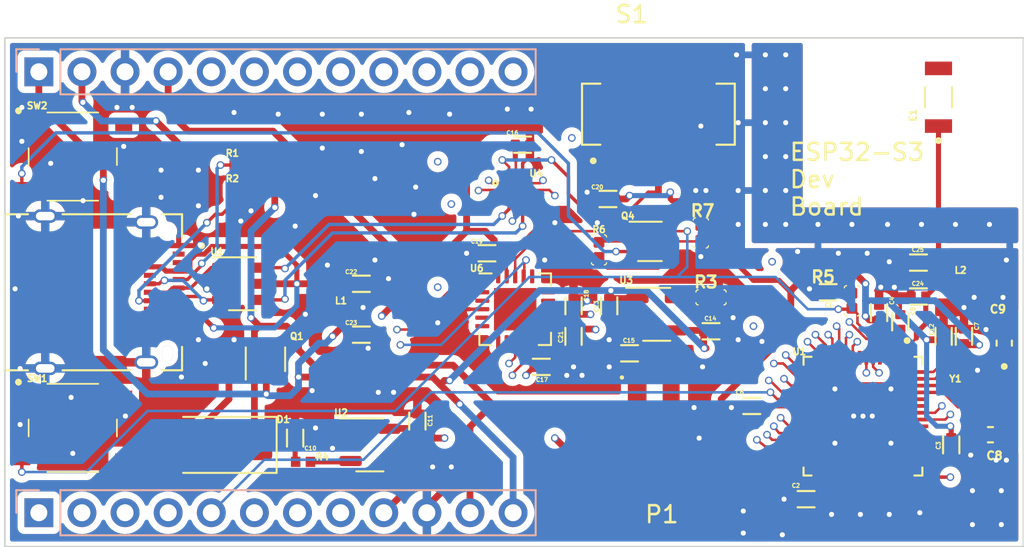
<source format=kicad_pcb>
(kicad_pcb (version 20221018) (generator pcbnew)
  (layers (0 "F.Cu" power) (1 "In1.Cu" signal) (2 "In2.Cu" signal) (31 "B.Cu" mixed) (34 "B.Paste" user) (35 "F.Paste" user) (36 "B.SilkS" user "B.Silkscreen") (37 "F.SilkS" user "F.Silkscreen") (38 "B.Mask" user) (39 "F.Mask" user) (44 "Edge.Cuts" user))
  (net 0 "")
  (net 1 "+3.3V")
  (net 2 "-BATT")
  (net 3 "/XTAL_N")
  (net 4 "/XTAL_P")
  (net 5 "Net-(D1-K)")
  (net 6 "+5V")
  (net 7 "+BATT")
  (net 8 "Net-(J1-VBUS)")
  (net 9 "/Antenna")
  (net 10 "Net-(C25-Pad2)")
  (net 13 "/CC2")
  (net 14 "/D-")
  (net 20 "/CC1")
  (net 24 "/GPIO1")
  (net 25 "/GPIO2")
  (net 26 "/GPIO4")
  (net 27 "/GPIO5")
  (net 28 "/GPIO6")
  (net 29 "/GPIO7")
  (net 30 "/GPIO8")
  (net 31 "/GPIO9")
  (net 32 "/CS")
  (net 33 "/MOSI")
  (net 34 "/CLK")
  (net 35 "/MISO")
  (net 36 "/GPIO14")
  (net 37 "/GPIO17")
  (net 38 "/GPIO18")
  (net 39 "/GPIO38")
  (net 40 "/0")
  (net 41 "/DTR")
  (net 42 "/RTS")
  (net 43 "Net-(Q4A-B1)")
  (net 44 "/CHIP_PU")
  (net 45 "Net-(U3-PROG)")
  (net 46 "Net-(U2-EN)")
  (net 47 "/S")
  (net 51 "/XTAL_32K_P")
  (net 52 "/XTAL_32K_N")
  (net 53 "/ESP32_D-")
  (net 54 "/ESP32_D+")
  (net 55 "/GPIO21")
  (net 61 "/TXD")
  (net 62 "/RXD")
  (net 63 "/GPIO45")
  (net 64 "/GPIO46")
  (net 80 "/D+")
  (net 81 "/FT231X_D-")
  (net 82 "/FT231X_D+")
  (net 92 "Net-(Q4B-B2)")
  (footprint "CL05B104KP5NNNC:CAPC1005X55N" (layer "F.Cu") (at 67.75 31.75 -90)
    (fp_text reference "C5")
    (fp_text value "100nF" hide)
  )
  (footprint "Package_DFN_QFN:QFN-20-1EP_4x4mm_P0.5mm_EP2.5x2.5mm" (layer "F.Cu") (at 45.0625 31)
    (fp_text reference "U6" hide)
    (fp_text value "FT231XQ" hide)
  )
  (footprint "CL05A105KP5NNNC:CAPC1005X55N" (layer "F.Cu") (at 32.1 38.6 -90)
    (fp_text reference "C10")
    (fp_text value "1uF")
  )
  (footprint "RT0402BRD07100KL:RESC1005X35N" (layer "F.Cu") (at 32.565 40)
    (fp_text reference "R4")
    (fp_text value "100k")
  )
  (footprint "S2B-PH-SM4-TB:JST_S2B-PH-SM4-TB" (layer "F.Cu") (at 53.25 36.625 180)
    (fp_text reference "P1")
    (fp_text value "S2B-PH-SM4-TB" hide)
  )
  (footprint "CL05B104KP5NNNC:CAPC1005X55N" (layer "F.Cu") (at 36 32.5)
    (fp_text reference "C23")
    (fp_text value "100nF" hide)
  )
  (footprint "CL05B104KP5NNNC:CAPC1005X55N" (layer "F.Cu") (at 70.75 39 90)
    (fp_text reference "C3")
    (fp_text value "100nF" hide)
  )
  (footprint "CL05B104KP5NNNC:CAPC1005X55N" (layer "F.Cu") (at 71.5 32.6 -90)
    (fp_text reference "C7")
    (fp_text value "100nF" hide)
  )
  (footprint "LQW15AN2N2G80D:INDC1006X60N" (layer "F.Cu") (at 70.5 29.25 90)
    (fp_text reference "L2")
    (fp_text value "2n2" hide)
  )
  (footprint "PTS526_SM15_SMTR2_LFS:PTS526SM15SMTR2LFS" (layer "F.Cu") (at 19 38)
    (fp_text reference "SW1" hide)
    (fp_text value "PTS526_SM15_SMTR2_LFS" hide)
  )
  (footprint "12401598E4_2A:AMPHENOL_12401598E4#2A" (layer "F.Cu") (at 24.5775 30 -90)
    (fp_text reference "J1" hide)
    (fp_text value "12401598E4#2A" hide)
    (fp_line (start 3.45 -0.325) (end 3.75 -0.325) (stroke (width 0.01)) (layer "Edge.Cuts"))
    (fp_line (start 3.75 0.325) (end 3.45 0.325) (stroke (width 0.01)) (layer "Edge.Cuts"))
    (fp_arc (start 3.125 0) (mid 3.22019 -0.22981) (end 3.45 -0.325) (stroke (width 0.01)) (layer "Edge.Cuts"))
    (fp_arc (start 3.45 0.325) (mid 3.22019 0.22981) (end 3.125 0) (stroke (width 0.01)) (layer "Edge.Cuts"))
    (fp_arc (start 3.75 -0.325) (mid 3.97981 -0.22981) (end 4.075 0) (stroke (width 0.01)) (layer "Edge.Cuts"))
    (fp_arc (start 4.075 0) (mid 3.97981 0.22981) (end 3.75 0.325) (stroke (width 0.01)) (layer "Edge.Cuts"))
  )
  (footprint "CL05A105KP5NNNC:CAPC1005X55N" (layer "F.Cu") (at 56.6 32.3)
    (fp_text reference "C14")
    (fp_text value "1uF" hide)
  )
  (footprint "CL05B104KP5NNNC:CAPC1005X55N" (layer "F.Cu") (at 70.3 32.6 -90)
    (fp_text reference "C12")
    (fp_text value "100nF" hide)
  )
  (footprint "CC0603JRNPO9BN250:CAPC1608X90" (layer "F.Cu") (at 73.874 33 -90)
    (fp_text reference "C9")
    (fp_text value "25pF" hide)
  )
  (footprint "RC0402FR-075K1L:RESC1005X40N" (layer "F.Cu") (at 28.932 22.5)
    (fp_text reference "R1")
    (fp_text value "5.1k" hide)
  )
  (footprint "SMD-RES-2K-1_-1_16W_0402_:R0402" (layer "F.Cu") (at 56.6 30.3 90)
    (fp_text reference "R3")
    (fp_text value "2k" hide)
  )
  (footprint "CL05B104KP5NNNC:CAPC1005X55N" (layer "F.Cu") (at 50.53 24.5 180)
    (fp_text reference "C20")
    (fp_text value "100nF" hide)
  )
  (footprint "Package_TO_SOT_SMD:SOT-23-5" (layer "F.Cu") (at 36.5 39)
    (fp_text reference "U2" hide)
    (fp_text value "AP2112K-3.3" hide)
  )
  (footprint "CL05B104KP5NNNC:CAPC1005X55N" (layer "F.Cu") (at 36 29.5)
    (fp_text reference "C22")
    (fp_text value "100nF" hide)
  )
  (footprint "CL05B104KP5NNNC:CAPC1005X55N" (layer "F.Cu") (at 50.6 30.8 90)
    (fp_text reference "C13")
    (fp_text value "100nF" hide)
  )
  (footprint "PTS526_SM15_SMTR2_LFS:PTS526SM15SMTR2LFS" (layer "F.Cu") (at 19 22)
    (fp_text reference "SW2" hide)
    (fp_text value "PTS526_SM15_SMTR2_LFS" hide)
  )
  (footprint "RC0402FR-075K1L:RESC1005X40N" (layer "F.Cu") (at 28.932 24)
    (fp_text reference "R2")
    (fp_text value "5.1K" hide)
  )
  (footprint "JS202011SCQN:SW_JS202011SCQN" (layer "F.Cu") (at 53.5 19.5)
    (fp_text reference "S1")
    (fp_text value "JS202011SCQN" hide)
  )
  (footprint "CL05B104KP5NNNC:CAPC1005X55N" (layer "F.Cu") (at 59 36.7)
    (fp_text reference "C6")
    (fp_text value "100nF" hide)
  )
  (footprint "Package_TO_SOT_SMD:SOT-363_SC-70-6" (layer "F.Cu") (at 53 27)
    (fp_text reference "Q4" hide)
    (fp_text value "MBT3904DW1" hide)
  )
  (footprint "Package_TO_SOT_SMD:SOT-23-5" (layer "F.Cu") (at 53.4 31.3)
    (fp_text reference "U3" hide)
    (fp_text value "MCP73812T-420I-OT" hide)
  )
  (footprint "CC0402BRNPO9BN3R3:CAPC1005X55N" (layer "F.Cu") (at 68.82 28.25)
    (fp_text reference "C25")
    (fp_text value "3p3" hide)
  )
  (footprint "CC0603JRNPO9BN250:CAPC1608X90" (layer "F.Cu") (at 73.062 38.4 180)
    (fp_text reference "C8")
    (fp_text value "25pF")
  )
  (footprint "SMD-RES-10K-5_-1__0402_:R0402" (layer "F.Cu") (at 64.9 30.5 180)
    (fp_text reference "R5")
    (fp_text value "10k" hide)
  )
  (footprint "ESP32-S3R8:QFN40P700X700X90-57N" (layer "F.Cu") (at 65.55 37.305 -90)
    (fp_text reference "U1" hide)
    (fp_text value "ESP32-S3R8" hide)
  )
  (footprint "TC7USB40MU_LF:IC_TC7USB40MU,LF" (layer "F.Cu") (at 45.1 23.7685)
    (fp_text reference "U4" hide)
    (fp_text value "TC7USB40MU,LF" hide)
  )
  (footprint "CL05B104KP5NNNC:CAPC1005X55N" (layer "F.Cu") (at 48.5 32.6 90)
    (fp_text reference "C21")
    (fp_text value "100nF" hide)
  )
  (footprint "CL05A105KP5NNNC:CAPC1005X55N" (layer "F.Cu") (at 51.8 33.6)
    (fp_text reference "C15")
    (fp_text value "1uF" hide)
  )
  (footprint "CL05B104KP5NNNC:CAPC1005X55N" (layer "F.Cu") (at 62.2 42.2)
    (fp_text reference "C2")
    (fp_text value "100nF" hide)
  )
  (footprint "CL05B104KP5NNNC:CAPC1005X55N" (layer "F.Cu") (at 63.5 30 180)
    (fp_text reference "C1")
    (fp_text value "100nF" hide)
  )
  (footprint "Diode_SMD:D_SMA" (layer "F.Cu") (at 27.5 39 180)
    (fp_text reference "D1" hide)
    (fp_text value "B130-E3" hide)
  )
  (footprint "AMCA31-2R450G-S1F-T3:XDCR_AMCA31-2R450G-S1F-T3" (layer "F.Cu") (at 70 18.5 90)
    (fp_text reference "E1")
    (fp_text value "AMCA31-2R450G-S1F-T3" hide)
  )
  (footprint "CL05B104KP5NNNC:CAPC1005X55N" (layer "F.Cu") (at 66.5 31.2 -90)
    (fp_text reference "C4")
    (fp_text value "100nF" hide)
  )
  (footprint "CL05B104KP5NNNC:CAPC1005X55N" (layer "F.Cu") (at 43.4 27.7)
    (fp_text reference "C19")
    (fp_text value "100nF" hide)
  )
  (footprint "CL05B104KP5NNNC:CAPC1005X55N" (layer "F.Cu") (at 45.5 21.3 180)
    (fp_text reference "C16")
    (fp_text value "100nF" hide)
  )
  (footprint "SMD-RES-10K-5_-1__0402_:R0402" (layer "F.Cu") (at 50 27.5 180)
    (fp_text reference "R6" hide)
    (fp_text value "10k" hide)
  )
  (footprint "ABM10W-40.0000MHZ-7-B1U-T3:XTAL_ABM10W-40.0000MHZ-7-B1U-T3" (layer "F.Cu") (at 73.062 36.15 -90)
    (fp_text reference "Y1" hide)
    (fp_text value "ABM10W-40.0000MHZ-7-B1U-T3" hide)
  )
  (footprint "Package_TO_SOT_SMD:SOT-363_SC-70-6" (layer "F.Cu") (at 30.35 33.95 90)
    (fp_text reference "Q1" hide)
    (fp_text value "MBT3904DW1" hide)
  )
  (footprint "CC0402BRNPO9BN3R3:CAPC1005X55N" (layer "F.Cu") (at 68.82 30.25)
    (fp_text reference "C24")
    (fp_text value "3p3" hide)
  )
  (footprint "CL05B104KP5NNNC:CAPC1005X55N" (layer "F.Cu") (at 48.5 30.8 -90)
    (fp_text reference "C18")
    (fp_text value "100nF" hide)
  )
  (footprint "SMD-RES-10K-5_-1__0402_:R0402" (layer "F.Cu") (at 56 26.5)
    (fp_text reference "R7")
    (fp_text value "10k" hide)
  )
  (footprint "CL05B104KP5NNNC:CAPC1005X55N" (layer "F.Cu") (at 46.6 34.4 180)
    (fp_text reference "C17")
    (fp_text value "100nF" hide)
  )
  (footprint "LQW15AN2N2G80D:INDC1006X60N" (layer "F.Cu") (at 34 31 -90)
    (fp_text reference "L1")
    (fp_text value "2n2" hide)
  )
  (footprint "Package_TO_SOT_SMD:SOT-23-6" (layer "F.Cu") (at 29 29.5)
    (fp_text reference "U5" hide)
    (fp_text value "USBLC6-2SC6" hide)
  )
  (footprint "CL05A105KP5NNNC:CAPC1005X55N" (layer "F.Cu") (at 39.3 37.6 -90)
    (fp_text reference "C11")
    (fp_text value "1uF")
  )
  (footprint "Connector_PinHeader_2.54mm:PinHeader_1x12_P2.54mm_Vertical" (layer "B.Cu") (at 17 17 -90)
    (fp_text reference "J2" hide)
    (fp_text value "Conn_01x12_MountingPin" hide)
  )
  (footprint "Connector_PinHeader_2.54mm:PinHeader_1x12_P2.54mm_Vertical" (layer "B.Cu") (at 17 43 -90)
    (fp_text reference "J3" hide)
    (fp_text value "Conn_01x12_MountingPin" hide)
  )
  (gr_rect (start 15 15) (end 75 45) (stroke (width 0.1)) (fill none) (layer "Edge.Cuts"))
  (gr_text "U3" (at 51.6 29.3) (layer "F.SilkS") (effects (font (size 0.393701 0.393701) (thickness 0.098425))))
  (gr_text "Q1" (at 32.2 32.6) (layer "F.SilkS") (effects (font (size 0.393701 0.393701) (thickness 0.098425))))
  (gr_text "SW1\n\n" (at 16.9 35.4) (layer "F.SilkS") (effects (font (size 0.393701 0.393701) (thickness 0.098425))))
  (gr_text "U6\n\n" (at 42.8 28.9) (layer "F.SilkS") (effects (font (size 0.393701 0.393701) (thickness 0.098425))))
  (gr_text "Q4\n" (at 51.7 25.5) (layer "F.SilkS") (effects (font (size 0.393701 0.393701) (thickness 0.098425))))
  (gr_text "U4\n" (at 46.3 23) (layer "F.SilkS") (effects (font (size 0.393701 0.393701) (thickness 0.098425))))
  (gr_text "U2\n" (at 34.8 37.1) (layer "F.SilkS") (effects (font (size 0.393701 0.393701) (thickness 0.098425))))
  (gr_text "R6\n" (at 50 26.3) (layer "F.SilkS") (effects (font (size 0.393701 0.393701) (thickness 0.098425))))
  (gr_text "D1" (at 31.4 37.5) (layer "F.SilkS") (effects (font (size 0.393701 0.393701) (thickness 0.098425))))
  (gr_text "SW2\n" (at 16.9 19) (layer "F.SilkS") (effects (font (size 0.393701 0.393701) (thickness 0.098425))))
  (gr_text "U1" (at 27.5 27.6) (layer "F.SilkS") (effects (font (size 0.393701 0.393701) (thickness 0.098425))))
  (gr_text "U1" (at 61.8 33.5) (layer "F.SilkS") (effects (font (size 0.393701 0.393701) (thickness 0.098425))))
  (gr_text "Y1" (at 71 35.1) (layer "F.SilkS") (effects (font (size 0.393701 0.393701) (thickness 0.098425))))
  (gr_text_box "ESP32-S3\nDev\nBoard" (start 60.4 20.4) (end 65 22.9) (layer "F.SilkS") (effects (font (size 1 1)) (justify left top)))
  (segment (start 43.83 26.93) (end 43.83 27.7) (width 0.4) (layer "F.Cu") (net 1))
  (segment (start 62.63 42.87) (end 62.63 42.2) (width 0.4) (layer "F.Cu") (net 1))
  (segment (start 56.619979 39.6) (end 57 39.6) (width 0.4) (layer "F.Cu") (net 1))
  (segment (start 63.93 30) (end 64 29.93) (width 0.4) (layer "F.Cu") (net 1))
  (segment (start 71.57 33.1) (end 71.5 33.03) (width 0.4) (layer "F.Cu") (net 1))
  (segment (start 62.63 41.07) (end 62.63 42.2) (width 0.15) (layer "F.Cu") (net 1))
  (segment (start 42.2 22.8) (end 43.7 21.3) (width 0.4) (layer "F.Cu") (net 1))
  (segment (start 54.3 24.6) (end 54.2 24.5) (width 0.3) (layer "F.Cu") (net 1))
  (segment (start 61.3 30.1) (end 61.3 30) (width 0.3) (layer "F.Cu") (net 1))
  (segment (start 50.96 24.5) (end 50.96 22.29) (width 0.4) (layer "F.Cu") (net 1))
  (segment (start 61.3 29.9) (end 61.3 30.1) (width 0.4) (layer "F.Cu") (net 1))
  (segment (start 59.43 36.789979) (end 59.43 36.7) (width 0.4) (layer "F.Cu") (net 1))
  (segment (start 65.93 31.63) (end 66.5 31.63) (width 0.4) (layer "F.Cu") (net 1))
  (segment (start 40.3 38.6) (end 40.9 38.6) (width 0.4) (layer "F.Cu") (net 1))
  (segment (start 43.83 27.7) (end 43.83 28.83) (width 0.15) (layer "F.Cu") (net 1))
  (segment (start 45.7 34.87) (end 46.17 34.4) (width 0.3) (layer "F.Cu") (net 1))
  (segment (start 62.95 40.75) (end 62.63 41.07) (width 0.15) (layer "F.Cu") (net 1))
  (segment (start 25.8 20.5) (end 30.8 20.5) (width 0.4) (layer "F.Cu") (net 1))
  (segment (start 68.995 35.105) (end 69.795 35.105) (width 0.15) (layer "F.Cu") (net 1))
  (segment (start 48.23 31.5) (end 47 31.5) (width 0.15) (layer "F.Cu") (net 1))
  (segment (start 69.795 35.105) (end 71.5 33.4) (width 0.15) (layer "F.Cu") (net 1))
  (segment (start 59.1 29.3) (end 57.3 27.5) (width 0.3) (layer "F.Cu") (net 1))
  (segment (start 62.2 29) (end 61.3 29.9) (width 0.4) (layer "F.Cu") (net 1))
  (segment (start 62.2 43.3) (end 62.63 42.87) (width 0.4) (layer "F.Cu") (net 1))
  (segment (start 57.3 25.6) (end 56.3 24.6) (width 0.3) (layer "F.Cu") (net 1))
  (segment (start 66.8 31.63) (end 67.35 32.18) (width 0.4) (layer "F.Cu") (net 1))
  (segment (start 47.17 32.17) (end 48.5 32.17) (width 0.15) (layer "F.Cu") (net 1))
  (segment (start 46.0625 33.5625) (end 46.2 33.7) (width 0.15) (layer "F.Cu") (net 1))
  (segment (start 64 29.5) (end 63.5 29) (width 0.4) (layer "F.Cu") (net 1))
  (segment (start 61.2 36.7) (end 62.1 36.7) (width 0.15) (layer "F.Cu") (net 1))
  (segment (start 43.7 21.3) (end 45.07 21.3) (width 0.4) (layer "F.Cu") (net 1))
  (segment (start 45.07 21.3) (end 45.07 22.17) (width 0.3) (layer "F.Cu") (net 1))
  (segment (start 69 34.7) (end 69.7 34.7) (width 0.15) (layer "F.Cu") (net 1))
  (segment (start 65.7 29.5) (end 65.2 29) (width 0.4) (layer "F.Cu") (net 1))
  (segment (start 56.3 24.6) (end 54.3 24.6) (width 0.3) (layer "F.Cu") (net 1))
  (segment (start 66.5 32.1) (end 67.35 32.95) (width 0.15) (layer "F.Cu") (net 1))
  (segment (start 37.32 43) (end 39.3 41.02) (width 0.4) (layer "F.Cu") (net 1))
  (segment (start 24.62 19.32) (end 25.8 20.5) (width 0.4) (layer "F.Cu") (net 1))
  (segment (start 46.2 33.7) (end 46.2 34.37) (width 0.3) (layer "F.Cu") (net 1))
  (segment (start 45.7 34.9) (end 45.7 34.87) (width 0.3) (layer "F.Cu") (net 1))
  (segment (start 66.5 31.63) (end 66.8 31.63) (width 0.4) (layer "F.Cu") (net 1))
  (segment (start 70.615 38.705) (end 70.75 38.57) (width 0.15) (layer "F.Cu") (net 1))
  (segment (start 67.75 33.86) (end 67.75 32.18) (width 0.15) (layer "F.Cu") (net 1))
  (segment (start 50.96 24.5) (end 51.6 24.5) (width 0.4) (layer "F.Cu") (net 1))
  (segment (start 68.995 38.705) (end 70.615 38.705) (width 0.15) (layer "F.Cu") (net 1))
  (segment (start 39.3 38.03) (end 39.73 38.03) (width 0.4) (layer "F.Cu") (net 1))
  (segment (start 51.6 24.5) (end 51.8 24.3) (width 0.4) (layer "F.Cu") (net 1))
  (segment (start 59.43 36.7) (end 61.2 36.7) (width 0.3) (layer "F.Cu") (net 1))
  (segment (start 50.96 22.29) (end 51 22.25) (width 0.4) (layer "F.Cu") (net 1))
  (segment (start 63.5 29) (end 62.2 29) (width 0.4) (layer "F.Cu") (net 1))
  (segment (start 47.4 38.6) (end 48.4 39.6) (width 0.4) (layer "F.Cu") (net 1))
  (segment (start 39.73 38.03) (end 40.3 38.6) (width 0.4) (layer "F.Cu") (net 1))
  (segment (start 66.5 31.63) (end 66.5 32.1) (width 0.15) (layer "F.Cu") (net 1))
  (segment (start 61.3 30) (end 60.6 29.3) (width 0.3) (layer "F.Cu") (net 1))
  (segment (start 63.93 30) (end 63.9855 30.0555) (width 0.4) (layer "F.Cu") (net 1))
  (segment (start 56.619979 39.6) (end 57.20999 39.00999) (width 0.4) (layer "F.Cu") (net 1))
  (segment (start 62.1 36.7) (end 62.105 36.705) (width 0.15) (layer "F.Cu") (net 1))
  (segment (start 71.5 33.4) (end 71.5 33.03) (width 0.15) (layer "F.Cu") (net 1))
  (segment (start 69.7 34.7) (end 70.3 34.1) (width 0.15) (layer "F.Cu") (net 1))
  (segment (start 70.75 37.95) (end 70.7 37.9) (width 0.3) (layer "F.Cu") (net 1))
  (segment (start 49.77 32.17) (end 49.8 32.2) (width 0.4) (layer "F.Cu") (net 1))
  (segment (start 49.5 31.3) (end 48.57 31.3) (width 0.4) (layer "F.Cu") (net 1))
  (segment (start 72.4 33.1) (end 71.57 33.1) (width 0.4) (layer "F.Cu") (net 1))
  (segment (start 47 32) (end 47.17 32.17) (width 0.15) (layer "F.Cu") (net 1))
  (segment (start 48.4 39.6) (end 56.619979 39.6) (width 0.4) (layer "F.Cu") (net 1))
  (segment (start 70.3 34.1) (end 70.3 33.03) (width 0.15) (layer "F.Cu") (net 1))
  (segment (start 57.20999 39.00999) (end 59.43 36.789979) (width 0.4) (layer "F.Cu") (net 1))
  (segment (start 65.2 29) (end 63.5 29) (width 0.4) (layer "F.Cu") (net 1))
  (segment (start 46.0625 32.9375) (end 46.0625 33.5625) (width 0.15) (layer "F.Cu") (net 1))
  (segment (start 68.995 34.705) (end 69 34.7) (width 0.15) (layer "F.Cu") (net 1))
  (segment (start 30.8 20.5) (end 38.5 28.2) (width 0.4) (layer "F.Cu") (net 1))
  (segment (start 57.2 39) (end 57.20999 39.00999) (width 0.4) (layer "F.Cu") (net 1))
  (segment (start 61.3 30.1) (end 61.3 32.2) (width 0.4) (layer "F.Cu") (net 1))
  (segment (start 24.62 17) (end 24.62 19.32) (width 0.4) (layer "F.Cu") (net 1))
  (segment (start 67.35 32.95) (end 67.35 33.86) (width 0.15) (layer "F.Cu") (net 1))
  (segment (start 63.9855 30.0555) (end 64.9 30.0555) (width 0.4) (layer "F.Cu") (net 1))
  (segment (start 45.1 22.2) (end 45.1 23) (width 0.15) (layer "F.Cu") (net 1))
  (segment (start 37.2 31.4) (end 38.5 30.1) (width 0.4) (layer "F.Cu") (net 1))
  (segment (start 60.6 29.3) (end 59.1 29.3) (width 0.3) (layer "F.Cu") (net 1))
  (segment (start 43.3 26.4) (end 43.83 26.93) (width 0.4) (layer "F.Cu") (net 1))
  (segment (start 39.3 41.02) (end 39.3 38.03) (width 0.4) (layer "F.Cu") (net 1))
  (segment (start 70.75 38.57) (end 70.75 37.95) (width 0.3) (layer "F.Cu") (net 1))
  (segment (start 60.7 43.3) (end 62.2 43.3) (width 0.4) (layer "F.Cu") (net 1))
  (segment (start 46.2 34.37) (end 46.17 34.4) (width 0.3) (layer "F.Cu") (net 1))
  (segment (start 37.6575 38.03) (end 37.6375 38.05) (width 0.4) (layer "F.Cu") (net 1))
  (segment (start 57.3 27.5) (end 57.3 25.6) (width 0.3) (layer "F.Cu") (net 1))
  (segment (start 65.7 31.4) (end 65.93 31.63) (width 0.4) (layer "F.Cu") (net 1))
  (segment (start 38.5 28.2) (end 38.5 30.1) (width 0.4) (layer "F.Cu") (net 1))
  (segment (start 57.2 36.3) (end 57.2 39) (width 0.4) (layer "F.Cu") (net 1))
  (segment (start 48.57 31.3) (end 48.5 31.23) (width 0.4) (layer "F.Cu") (net 1))
  (segment (start 57 39.6) (end 60.7 43.3) (width 0.4) (layer "F.Cu") (net 1))
  (segment (start 69.3 32.8) (end 70.07 32.8) (width 0.4) (layer "F.Cu") (net 1))
  (segment (start 67.35 32.18) (end 67.75 32.18) (width 0.4) (layer "F.Cu") (net 1))
  (segment (start 39.3 38.03) (end 37.6575 38.03) (width 0.4) (layer "F.Cu") (net 1))
  (segment (start 64 29.93) (end 64 29.5) (width 0.4) (layer "F.Cu") (net 1))
  (segment (start 45.07 22.17) (end 45.1 22.2) (width 0.3) (layer "F.Cu") (net 1))
  (segment (start 48.5 32.17) (end 49.77 32.17) (width 0.4) (layer "F.Cu") (net 1))
  (segment (start 42.2 26.4) (end 42.2 22.8) (width 0.4) (layer "F.Cu") (net 1))
  (segment (start 42.2 26.4) (end 43.3 26.4) (width 0.4) (layer "F.Cu") (net 1))
  (segment (start 38.5 30.1) (end 42.2 26.4) (width 0.4) (layer "F.Cu") (net 1))
  (segment (start 70.07 32.8) (end 70.3 33.03) (width 0.4) (layer "F.Cu") (net 1))
  (segment (start 48.5 31.23) (end 48.23 31.5) (width 0.15) (layer "F.Cu") (net 1))
  (segment (start 43.83 28.83) (end 44.0625 29.0625) (width 0.15) (layer "F.Cu") (net 1))
  (segment (start 61.3 32.2) (end 57.2 36.3) (width 0.4) (layer "F.Cu") (net 1))
  (segment (start 54.2 24.5) (end 54.2 24.1) (width 0.3) (layer "F.Cu") (net 1))
  (via (at 72.4 33.1) (size 0.45) (drill 0.3) (layers "F.Cu" "B.Cu") (net 1))
  (via (at 49.5 31.3) (size 0.45) (drill 0.3) (layers "F.Cu" "B.Cu") (net 1))
  (via (at 70.7 37.9) (size 0.45) (drill 0.3) (layers "F.Cu" "B.Cu") (net 1))
  (via (at 45.7 34.9) (size 0.45) (drill 0.3) (layers "F.Cu" "B.Cu") (net 1))
  (via (at 65.7 31.4) (size 0.45) (drill 0.3) (layers "F.Cu" "B.Cu") (net 1))
  (via (at 69.3 32.8) (size 0.45) (drill 0.3) (layers "F.Cu" "B.Cu") (net 1))
  (via (at 54.2 24.1) (size 0.45) (drill 0.3) (layers "F.Cu" "B.Cu") (net 1))
  (via (at 47.4 38.6) (size 0.45) (drill 0.3) (layers "F.Cu" "B.Cu") (net 1))
  (via (at 49.8 32.2) (size 0.45) (drill 0.3) (layers "F.Cu" "B.Cu") (net 1))
  (via (at 40.9 38.6) (size 0.45) (drill 0.3) (layers "F.Cu" "B.Cu") (net 1))
  (via (at 51.8 24.3) (size 0.45) (drill 0.3) (layers "F.Cu" "B.Cu") (net 1))
  (via (at 65.7 29.5) (size 0.45) (drill 0.3) (layers "F.Cu" "B.Cu") (net 1))
  (via (at 37.2 31.4) (size 0.45) (drill 0.3) (layers "F.Cu" "B.Cu") (net 1))
  (segment (start 69.3 32.8) (end 69.3 37.3) (width 0.3) (layer "B.Cu") (net 1))
  (segment (start 65.7 30.5) (end 67 30.5) (width 0.4) (layer "B.Cu") (net 1))
  (segment (start 69.9 37.9) (end 70.7 37.9) (width 0.3) (layer "B.Cu") (net 1))
  (segment (start 65.7 30.5) (end 65.7 29.5) (width 0.4) (layer "B.Cu") (net 1))
  (segment (start 54 24.3) (end 54.2 24.1) (width 0.3) (layer "B.Cu") (net 1))
  (segment (start 67 30.5) (end 69.3 32.8) (width 0.4) (layer "B.Cu") (net 1))
  (segment (start 69.8 30.5) (end 72.4 33.1) (width 0.4) (layer "B.Cu") (net 1))
  (segment (start 67 30.5) (end 69.8 30.5) (width 0.4) (layer "B.Cu") (net 1))
  (segment (start 69.3 37.3) (end 69.9 37.9) (width 0.3) (layer "B.Cu") (net 1))
  (segment (start 51.8 24.3) (end 54 24.3) (width 0.3) (layer "B.Cu") (net 1))
  (segment (start 65.7 31.4) (end 65.7 30.5) (width 0.4) (layer "B.Cu") (net 1))
  (segment (start 50.6 34.4) (end 50.6 34.37) (width 0.4) (layer "F.Cu") (net 2))
  (segment (start 67.75 30.75) (end 67.4 30.4) (width 0.2) (layer "F.Cu") (net 2))
  (segment (start 26.45 27.25) (end 26.5 27.2) (width 0.3) (layer "F.Cu") (net 2))
  (segment (start 45.1 25.6) (end 44.9 25.8) (width 0.15) (layer "F.Cu") (net 2))
  (segment (start 23.5375 32.5) (end 24.4 32.5) (width 0.3) (layer "F.Cu") (net 2))
  (segment (start 42.97 27.7) (end 42.2 27.7) (width 0.4) (layer "F.Cu") (net 2))
  (segment (start 23.5375 27) (end 24.152195 27) (width 0.3) (layer "F.Cu") (net 2))
  (segment (start 25.2375 32.75) (end 26.4 32.8) (width 0.3) (layer "F.Cu") (net 2))
  (segment (start 45.9 23) (end 45.5 23) (width 0.2) (layer "F.Cu") (net 2))
  (segment (start 27.2 29.5) (end 27.8625 29.5) (width 0.4) (layer "F.Cu") (net 2))
  (segment (start 24.4 32.5) (end 24.55 32.65) (width 0.3) (layer "F.Cu") (net 2))
  (segment (start 50.6 32.83) (end 51.37 33.6) (width 0.4) (layer "F.Cu") (net 2))
  (segment (start 24.402195 27.25) (end 25.2375 27.25) (width 0.3) (layer "F.Cu") (net 2))
  (segment (start 52.1925 31.23) (end 52.2625 31.3) (width 0.4) (layer "F.Cu") (net 2))
  (segment (start 40.2 40.4) (end 40.2 40.3) (width 0.4) (layer "F.Cu") (net 2))
  (segment (start 57.9 36.7) (end 57.8 36.8) (width 0.4) (layer "F.Cu") (net 2))
  (segment (start 40.7 41.8) (end 40.7 40.9) (width 0.4) (layer "F.Cu") (net 2))
  (segment (start 41.3 31) (end 40.5 31.8) (width 0.2) (layer "F.Cu") (net 2))
  (segment (start 25.2375 27.25) (end 26.45 27.25) (width 0.3) (layer "F.Cu") (net 2))
  (segment (start 60.9 42.2) (end 61.77 42.2) (width 0.4) (layer "F.Cu") (net 2))
  (segment (start 62.87 29.8) (end 63.07 30) (width 0.4) (layer "F.Cu") (net 2))
  (segment (start 72.85 32.15) (end 72.8 32.2) (width 0.4) (layer "F.Cu") (net 2))
  (segment (start 50.6 31.23) (end 52.1925 31.23) (width 0.4) (layer "F.Cu") (net 2))
  (segment (start 74.2 27.9) (end 74 28.1) (width 0.4) (layer "F.Cu") (net 2))
  (segment (start 24.55 32.65) (end 24.81763 32.65) (width 0.3) (layer "F.Cu") (net 2))
  (segment (start 43.125 31) (end 41.3 31) (width 0.2) (layer "F.Cu") (net 2))
  (segment (start 39.86 43) (end 39.86 42.64) (width 0.4) (layer "F.Cu") (net 2))
  (segment (start 45.5 22.4) (end 45.5 23) (width 0.2) (layer "F.Cu") (net 2))
  (segment (start 73.9 25.9) (end 74.2 26.2) (width 0.4) (layer "F.Cu") (net 2))
  (segment (start 45.9 23) (end 46.3 22.6) (width 0.2) (layer "F.Cu") (net 2))
  (segment (start 41.3 40.3) (end 40.7 40.9) (width 0.4) (layer "F.Cu") (net 2))
  (segment (start 26.4 32.8) (end 26.45 32.75) (width 0.3) (layer "F.Cu") (net 2))
  (segment (start 45.5 22.4) (end 45.9 22) (width 0.2) (layer "F.Cu") (net 2))
  (segment (start 16 21.1) (end 16 20.15) (width 0.4) (layer "F.Cu") (net 2))
  (segment (start 70.75 39.75) (end 71.6 40.6) (width 0.2) (layer "F.Cu") (net 2))
  (segment (start 49.7 24.5) (end 49.3 24.1) (width 0.3) (layer "F.Cu") (net 2))
  (segment (start 70.75 39.75) (end 70.75 39.43) (width 0.2) (layer "F.Cu") (net 2))
  (segment (start 39.86 42.64) (end 40.7 41.8) (width 0.4) (layer "F.Cu") (net 2))
  (segment (start 50.1 24.5) (end 49.7 24.5) (width 0.3) (layer "F.Cu") (net 2))
  (segment (start 34.3 39.2) (end 34.5 39) (width 0.3) (layer "F.Cu") (net 2))
  (segment (start 67.75 30.75) (end 67.75 31.32) (width 0.2) (layer "F.Cu") (net 2))
  (segment (start 26.9 29.8) (end 27.2 29.5) (width 0.4) (layer "F.Cu") (net 2))
  (segment (start 62.4 29.8) (end 62.87 29.8) (width 0.4) (layer "F.Cu") (net 2))
  (segment (start 58.57 36.7) (end 57.9 36.7) (width 0.4) (layer "F.Cu") (net 2))
  (segment (start 24.91763 32.75) (end 25.2375 32.75) (width 0.3) (layer "F.Cu") (net 2))
  (segment (start 40.7 40.9) (end 40.2 40.4) (width 0.4) (layer "F.Cu") (net 2))
  (segment (start 34.5 39) (end 35.3625 39) (width 0.3) (layer "F.Cu") (net 2))
  (segment (start 24.152195 27) (end 24.402195 27.25) (width 0.3) (layer "F.Cu") (net 2))
  (segment (start 50.6 32.8) (end 50.6 32.83) (width 0.4) (layer "F.Cu") (net 2))
  (segment (start 16 19.1) (end 16 20.15) (width 0.4) (layer "F.Cu") (net 2))
  (segment (start 73.874 32.15) (end 72.85 32.15) (width 0.4) (layer "F.Cu") (net 2))
  (segment (start 50.6 34.37) (end 51.37 33.6) (width 0.4) (layer "F.Cu") (net 2))
  (segment (start 47.87 31) (end 48.5 30.37) (width 0.15) (layer "F.Cu") (net 2))
  (segment (start 24.81763 32.65) (end 24.91763 32.75) (width 0.3) (layer "F.Cu") (net 2))
  (segment (start 47 31) (end 47.87 31) (width 0.15) (layer "F.Cu") (net 2))
  (segment (start 45.1 24.537) (end 45.1 25.6) (width 0.15) (layer "F.Cu") (net 2))
  (via (at 37.9 35.9) (size 0.45) (drill 0.3) (layers "F.Cu" "B.Cu") (net 2))
  (via (at 61 22) (size 0.45) (drill 0.3) (layers "F.Cu" "B.Cu") (net 2))
  (via (at 15.6 29.8) (size 0.45) (drill 0.3) (layers "F.Cu" "B.Cu") (net 2))
  (via (at 59.8 24) (size 0.45) (drill 0.3) (layers "F.Cu" "B.Cu") (net 2))
  (via (at 28.5 19.4) (size 0.45) (drill 0.3) (layers "F.Cu" "B.Cu") (net 2))
  (via (at 73.8 30.3) (size 0.45) (drill 0.3) (layers "F.Cu" "B.Cu") (net 2))
  (via (at 24.2 22.8) (size 0.45) (drill 0.3) (layers "F.Cu" "B.Cu") (net 2))
  (via (at 73.7 41.7) (size 0.45) (drill 0.3) (layers "F.Cu" "B.Cu") (net 2))
  (via (at 42.2 27.7) (size 0.45) (drill 0.3) (layers "F.Cu" "B.Cu") (net 2))
  (via (at 24.2 24.4) (size 0.45) (drill 0.3) (layers "F.Cu" "B.Cu") (net 2))
  (via (at 36.8 28.1) (size 0.45) (drill 0.3) (layers "F.Cu" "B.Cu") (net 2))
  (via (at 61 26) (size 0.45) (drill 0.3) (layers "F.Cu" "B.Cu") (net 2))
  (via (at 15.9 34.5) (size 0.45) (drill 0.3) (layers "F.Cu" "B.Cu") (net 2))
  (via (at 26.4 22.8) (size 0.45) (drill 0.3) (layers "F.Cu" "B.Cu") (net 2))
  (via (at 17.7 22.4) (size 0.45) (drill 0.3) (layers "F.Cu" "B.Cu") (net 2))
  (via (at 46 19.2) (size 0.45) (drill 0.3) (layers "F.Cu" "B.Cu") (net 2))
  (via (at 49.3 24.1) (size 0.45) (drill 0.3) (layers "F.Cu" "B.Cu") (net 2))
  (via (at 72 41.7) (size 0.45) (drill 0.3) (layers "F.Cu" "B.Cu") (net 2))
  (via (at 26.4 32.8) (size 0.45) (drill 0.3) (layers "F.Cu" "B.Cu") (net 2))
  (via (at 15.8 25.5) (size 0.45) (drill 0.3) (layers "F.Cu" "B.Cu") (net 2))
  (via (at 50.6 34.4) (size 0.45) (drill 0.3) (layers "F.Cu" "B.Cu") (net 2))
  (via (at 65.55 37.305) (size 0.45) (drill 0.3) (layers "F.Cu" "B.Cu") (net 2))
  (via (at 63.7 43.1) (size 0.45) (drill 0.3) (layers "F.Cu" "B.Cu") (net 2))
  (via (at 28.5 32.8) (size 0.45) (drill 0.3) (layers "F.Cu" "B.Cu") (net 2))
  (via (at 32.7 31.3) (size 0.45) (drill 0.3) (layers "F.Cu" "B.Cu") (net 2))
  (via (at 59.6 32.9) (size 0.45) (drill 0.3) (layers "F.Cu" "B.Cu") (net 2))
  (via (at 22.1 37.3) (size 0.45) (drill 0.3) (layers "F.Cu" "B.Cu") (net 2))
  (via (at 58.2 24) (size 0.45) (drill 0.3) (layers "F.Cu" "B.Cu") (net 2))
  (via (at 33.7 19.5) (size 0.45) (drill 0.3) (layers "F.Cu" "B.Cu") (net 2))
  (via (at 36.1 30.9) (size 0.45) (drill 0.3) (layers "F.Cu" "B.Cu") (net 2))
  (via (at 49.9 25.9) (size 0.45) (drill 0.3) (layers "F.Cu" "B.Cu") (net 2))
  (via (at 41.2 19.5) (size 0.45) (drill 0.3) (layers "F.Cu" "B.Cu") (net 2))
  (via (at 61 20) (size 0.45) (drill 0.3) (layers "F.Cu" "B.Cu") (net 2))
  (via (at 22.5 19.1) (size 0.45) (drill 0.3) (layers "F.Cu" "B.Cu") (net 2))
  (via (at 58.2 26) (size 0.45) (drill 0.3) (layers "F.Cu" "B.Cu") (net 2))
  (via (at 28.9 25.8) (size 0.45) (drill 0.3) (layers "F.Cu" "B.Cu") (net 2))
  (via (at 61 18) (size 0.45) (drill 0.3) (layers "F.Cu" "B.Cu") (net 2))
  (via (at 64.1 27.7) (size 0.45) (drill 0.3) (layers "F.Cu" "B.Cu") (net 2))
  (via (at 25.4 35) (size 0.45) (drill 0.3) (layers "F.Cu" "B.Cu") (net 2))
  (via (at 31.1 19.5) (size 0.45) (drill 0.3) (layers "F.Cu" "B.Cu") (net 2))
  (via (at 49 34.9) (size 0.45) (drill 0.3) (layers "F.Cu" "B.Cu") (net 2))
  (via (at 57.8 36.8) (size 0.45) (drill 0.3) (layers "F.Cu" "B.Cu") (net 2))
  (via (at 68.9 43) (size 0.45) (drill 0.3) (layers "F.Cu" "B.Cu") (net 2))
  (via (at 59.8 26) (size 0.45) (drill 0.3) (layers "F.Cu" "B.Cu") (net 2))
  (via (at 67.1 43.1) (size 0.45) (drill 0.3) (layers "F.Cu" "B.Cu") (net 2))
  (via (at 19.6 24.6) (size 0.45) (drill 0.3) (layers "F.Cu" "B.Cu") (net 2))
  (via (at 72 43.7) (size 0.45) (drill 0.3) (layers "F.Cu" "B.Cu") (net 2))
  (via (at 63.9 38.9) (size 0.45) (drill 0.3) (layers "F.Cu" "B.Cu") (net 2))
  (via (at 67.2 35.7) (size 0.45) (drill 0.3) (layers "F.Cu" "B.Cu") (net 2))
  (via (at 62.4 29.8) (size 0.45) (drill 0.3) (layers "F.Cu" "B.Cu") (net 2))
  (via (at 36.4 33.3) (size 0.45) (drill 0.3) (layers "F.Cu" "B.Cu") (net 2))
  (via (at 38.8 19.4) (size 0.45) (drill 0.3) (layers "F.Cu" "B.Cu") (net 2))
  (via (at 16 21.1) (size 0.45) (drill 0.3) (layers "F.Cu" "B.Cu") (net 2))
  (via (at 16 19.1) (size 0.45) (drill 0.3) (layers "F.Cu" "B.Cu") (net 2))
  (via (at 49.3 30.5) (size 0.45) (drill 0.3) (layers "F.Cu" "B.Cu") (net 2))
  (via (at 61 16) (size 0.45) (drill 0.3) (layers "F.Cu" "B.Cu") (net 2))
  (via (at 36 21.7) (size 0.45) (drill 0.3) (layers "F.Cu" "B.Cu") (net 2))
  (via (at 46.8 28.1) (size 0.45) (drill 0.3) (layers "F.Cu" "B.Cu") (net 2))
  (via (at 21.6 19.1) (size 0.45) (drill 0.3) (layers "F.Cu" "B.Cu") (net 2))
  (via (at 55.7 24) (size 0.45) (drill 0.3) (layers "F.Cu" "B.Cu") (net 2))
  (via (at 74 28.1) (size 0.45) (drill 0.3) (layers "F.Cu" "B.Cu") (net 2))
  (via (at 58.2 32.8) (size 0.45) (drill 0.3) (layers "F.Cu" "B.Cu") (net 2))
  (via (at 65 37.3) (size 0.45) (drill 0.3) (layers "F.Cu" "B.Cu") (net 2))
  (via (at 26.5 27.2) (size 0.45) (drill 0.3) (layers "F.Cu" "B.Cu") (net 2))
  (via (at 61 24) (size 0.45) (drill 0.3) (layers "F.Cu" "B.Cu") (net 2))
  (via (at 48.5 34.4) (size 0.45) (drill 0.3) (layers "F.Cu" "B.Cu") (net 2))
  (via (at 60.8 44.3) (size 0.45) (drill 0.3) (layers "F.Cu" "B.Cu") (net 2))
  (via (at 55.9 38.6) (size 0.45) (drill 0.3) (layers "F.Cu" "B.Cu") (net 2))
  (via (at 33.7 21.5) (size 0.45) (drill 0.3) (layers "F.Cu" "B.Cu") (net 2))
  (via (at 72.8 32.2) (size 0.45) (drill 0.3) (layers "F.Cu" "B.Cu") (net 2))
  (via (at 44.9 25.8) (size 0.45) (drill 0.3) (layers "F.Cu" "B.Cu") (net 2))
  (via (at 59.8 20) (size 0.45) (drill 0.3) (layers "F.Cu" "B.Cu") (net 2))
  (via (at 58.1 16) (size 0.45) (drill 0.3) (layers "F.Cu" "B.Cu") (net 2))
  (via (at 59.8 22) (size 0.45) (drill 0.3) (layers "F.Cu" "B.Cu") (net 2))
  (via (at 48.1 34.9) (size 0.45) (drill 0.3) (layers "F.Cu" "B.Cu") (net 2))
  (via (at 36 19.5) (size 0.45) (drill 0.3) (layers "F.Cu" "B.Cu") (net 2))
  (via (at 56.3 24) (size 0.45) (drill 0.3) (layers "F.Cu" "B.Cu") (net 2))
  (via (at 55.6 36.8) (size 0.45) (drill 0.3) (layers "F.Cu" "B.Cu") (net 2))
  (via (at 73.4 39.9) (size 0.45) (drill 0.3) (layers "F.Cu" "B.Cu") (net 2))
  (via (at 36.8 23.3) (size 0.45) (drill 0.3) (layers "F.Cu" "B.Cu") (net 2))
  (via (at 57.9 31.5) (size 0.45) (drill 0.3) (layers "F.Cu" "B.Cu") (net 2))
  (via (at 66.1 37.3) (size 0.45) (drill 0.3) (layers "F.Cu" "B.Cu") (net 2))
  (via (at 22 21.4) (size 0.45) (drill 0.3) (layers "F.Cu" "B.Cu") (net 2))
  (via (at 58.2 20) (size 0.45) (drill 0.3) (layers "F.Cu" "B.Cu") (net 2))
  (via (at 72.1 30.3) (size 0.45) (drill 0.3) (layers "F.Cu" "B.Cu") (net 2))
  (via (at 71 26) (size 0.45) (drill 0.3) (layers "F.Cu" "B.Cu") (net 2))
  (via (at 38.4 21.3) (size 0.45) (drill 0.3) (layers "F.Cu" "B.Cu") (net 2))
  (via (at 18.9 36.2) (size 0.45) (drill 0.3) (layers "F.Cu" "B.Cu") (net 2))
  (via (at 34 28.4) (size 0.45) (drill 0.3) (layers "F.Cu" "B.Cu") (net 2))
  (via (at 26.4 24.9) (size 0.45) (drill 0.3) (layers "F.Cu" "B.Cu") (net 2))
  (via (at 56 20.2) (size 0.45) (drill 0.3) (layers "F.Cu" "B.Cu") (net 2))
  (via (at 65.8 27.7) (size 0.45) (drill 0.3) (layers "F.Cu" "B.Cu") (net 2))
  (via (at 40.2 40.3) (size 0.45) (drill 0.3) (layers "F.Cu" "B.Cu") (net 2))
  (via (at 73 26) (size 0.45) (drill 0.3) (layers "F.Cu" "B.Cu") (net 2))
  (via (at 72.3 34.6) (size 0.45) (drill 0.3) (layers "F.Cu" "B.Cu") (net 2))
  (via (at 29.5 25.2) (size 0.45) (drill 0.3) (layers "F.Cu" "B.Cu") (net 2))
  (via (at 33.3 24.3) (size 0.45) (drill 0.3) (layers "F.Cu" "B.Cu") (net 2))
  (via (at 37 35.9) (size 0.45) (drill 0.3) (layers "F.Cu" "B.Cu") (net 2))
  (via (at 56 27.9) (size 0.45) (drill 0.3) (layers "F.Cu" "B.Cu") (net 2))
  (via (at 64.9 26) (size 0.45) (drill 0.3) (layers "F.Cu" "B.Cu") (net 2))
  (via (at 66.6 29.7) (size 0.45) (drill 0.3) (layers "F.Cu" "B.Cu") (net 2))
  (via (at 63.9 35.7) (size 0.45) (drill 0.3) (layers "F.Cu" "B.Cu") (net 2))
  (via (at 58.5 42.9) (size 0.45) (drill 0.3) (layers "F.Cu" "B.Cu") (net 2))
  (via (at 67.4 29.7) (size 0.45) (drill 0.3) (layers "F.Cu" "B.Cu") (net 2))
  (via (at 71.9 39.6) (size 0.45) (drill 0.3) (layers "F.Cu" "B.Cu") (net 2))
  (via (at 67.2 38.9) (size 0.45) (drill 0.3) (layers "F.Cu" "B.Cu") (net 2))
  (via (at 19 39.5) (size 0.45) (drill 0.3) (layers "F.Cu" "B.Cu") (net 2))
  (via (at 15.9 37.8) (size 0.45) (drill 0.3) (layers "F.Cu" "B.Cu") (net 2))
  (via (at 26.8 34.2) (size 0.45) (drill 0.3) (layers "F.Cu" "B.Cu") (net 2))
  (via (at 69 26) (size 0.45) (drill 0.3) (layers "F.Cu" "B.Cu") (net 2))
  (via (at 67.1 28.2) (size 0.45) (drill 0.3) (layers "F.Cu" "B.Cu") (net 2))
  (via (at 34.3 39.2) (size 0.45) (drill 0.3) (layers "F.Cu" "B.Cu") (net 2))
  (via (at 47.4 25.9) (size 0.45) (drill 0.3) (layers "F.Cu" "B.Cu") (net 2))
  (via (at 74 39.9) (size 0.45) (drill 0.3) (layers "F.Cu" "B.Cu") (net 2))
  (via (at 59.8 18) (size 0.45) (drill 0.3) (layers "F.Cu" "B.Cu") (net 2))
  (via (at 58.5 44.2) (size 0.45) (drill 0.3) (layers "F.Cu" "B.Cu") (net 2))
  (via (at 65.4 43.1) (size 0.45) (drill 0.3) (layers "F.Cu" "B.Cu") (net 2))
  (via (at 32.1 26.1) (size 0.45) (drill 0.3) (layers "F.Cu" "B.Cu") (net 2))
  (via (at 71.5 30.9) (size 0.45) (drill 0.3) (layers "F.Cu" "B.Cu") (net 2))
  (via (at 37.6 29.2) (size 0.45) (drill 0.3) (layers "F.Cu" "B.Cu") (net 2))
  (via (at 39.1 25.4) (size 0.45) (drill 0.3) (layers "F.Cu" "B.Cu") (net 2))
  (via (at 62.9 26) (size 0.45) (drill 0.3) (layers "F.Cu" "B.Cu") (net 2))
  (via (at 33.1 35.8) (size 0.45) (drill 0.3) (layers "F.Cu" "B.Cu") (net 2))
  (via (at 26.9 29.8) (size 0.45) (drill 0.3) (layers "F.Cu" "B.Cu") (net 2))
  (via (at 41.3 40.3) (size 0.45) (drill 0.3) (layers "F.Cu" "B.Cu") (net 2))
  (via (at 33.3 38) (size 0.45) (drill 0.3) (layers "F.Cu" "B.Cu") (net 2))
  (via (at 67 26) (size 0.45) (drill 0.3) (layers "F.Cu" "B.Cu") (net 2))
  (via (at 60.9 42.2) (size 0.45) (drill 0.3) (layers "F.Cu" "B.Cu") (net 2))
  (via (at 40.5 31.8) (size 0.45) (drill 0.3) (layers "F.Cu" "B.Cu") (net 2))
  (via (at 44.6 19.2) (size 0.45) (drill 0.3) (layers "F.Cu" "B.Cu") (net 2))
  (via (at 59.8 16) (size 0.45) (drill 0.3) (layers "F.Cu" "B.Cu") (net 2))
  (via (at 61.7 27.6) (size 0.45) (drill 0.3) (layers "F.Cu" "B.Cu") (net 2))
  (via (at 73.7 43.7) (size 0.45) (drill 0.3) (layers "F.Cu" "B.Cu") (net 2))
  (via (at 56.1 34.4) (size 0.45) (drill 0.3) (layers "F.Cu" "B.Cu") (net 2))
  (via (at 39.2 23.8) (size 0.45) (drill 0.3) (layers "F.Cu" "B.Cu") (net 2))
  (via (at 50.6 32.8) (size 0.45) (drill 0.3) (layers "F.Cu" "B.Cu") (net 2))
  (segment (start 74 28.1) (end 74.2 27.9) (width 0.4) (layer "B.Cu") (net 2))
  (segment (start 74.2 27.9) (end 74.2 26) (width 0.4) (layer "B.Cu") (net 2))
  (segment (start 58.2 24) (end 59.8 24) (width 0.4) (layer "B.Cu") (net 2))
  (segment (start 62.9 26) (end 62.9 27.6) (width 0.4) (layer "B.Cu") (net 2))
  (segment (start 45.3 25.2) (end 45.4 25.1) (width 0.21) (layer "B.Cu") (net 2))
  (segment (start 45.3 25.4) (end 45.3 25.2) (width 0.21) (layer "B.Cu") (net 2))
  (segment (start 74 28) (end 74 28.1) (width 0.4) (layer "B.Cu") (net 2))
  (segment (start 58.1 16) (end 59.8 16) (width 0.4) (layer "B.Cu") (net 2))
  (segment (start 62.9 27.6) (end 61.7 27.6) (width 0.4) (layer "B.Cu") (net 2))
  (segment (start 44.9 25.8) (end 45.3 25.4) (width 0.21) (layer "B.Cu") (net 2))
  (segment (start 58.2 20) (end 59.8 20) (width 0.4) (layer "B.Cu") (net 2))
  (segment (start 45.4 25.1) (end 45.4 25) (width 0.21) (layer "B.Cu") (net 2))
  (segment (start 74.2 27.8) (end 74 28) (width 0.4) (layer "B.Cu") (net 2))
  (segment (start 70.305 35.905) (end 71.15 36.75) (width 0.2) (layer "F.Cu") (net 3))
  (segment (start 68.995 35.905) (end 70.305 35.905) (width 0.2) (layer "F.Cu") (net 3))
  (segment (start 71.15 36.75) (end 72.25 36.75) (width 0.2) (layer "F.Cu") (net 3))
  (segment (start 69.379955 35.505) (end 69.384955 35.5) (width 0.2) (layer "F.Cu") (net 4))
  (segment (start 70.3 35.5) (end 71.95 33.85) (width 0.2) (layer "F.Cu") (net 4))
  (segment (start 69.384955 35.5) (end 70.3 35.5) (width 0.2) (layer "F.Cu") (net 4))
  (segment (start 68.995 35.505) (end 69.379955 35.505) (width 0.2) (layer "F.Cu") (net 4))
  (segment (start 71.95 33.85) (end 73.874 33.85) (width 0.2) (layer "F.Cu") (net 4))
  (segment (start 32.07 39) (end 32.1 39.03) (width 0.3) (layer "F.Cu") (net 5))
  (segment (start 34.5625 38.05) (end 35.3625 38.05) (width 0.3) (layer "F.Cu") (net 5))
  (segment (start 32.1 39.97) (end 32.13 40) (width 0.3) (layer "F.Cu") (net 5))
  (segment (start 32.1 39.03) (end 33.5825 39.03) (width 0.3) (layer "F.Cu") (net 5))
  (segment (start 29.5 39) (end 32.07 39) (width 0.3) (layer "F.Cu") (net 5))
  (segment (start 33.5825 39.03) (end 34.5625 38.05) (width 0.3) (layer "F.Cu") (net 5))
  (segment (start 29.7 34.9) (end 29.7 38.8) (width 0.4) (layer "F.Cu") (net 5))
  (segment (start 29.7 38.8) (end 29.5 39) (width 0.4) (layer "F.Cu") (net 5))
  (segment (start 32.1 39.03) (end 32.1 39.97) (width 0.3) (layer "F.Cu") (net 5))
  (segment (start 17 17) (end 17 18.8) (width 0.4) (layer "F.Cu") (net 6))
  (segment (start 50.6 30.37) (end 50.6 30) (width 0.4) (layer "F.Cu") (net 6))
  (segment (start 40.2 35) (end 40.65 35.45) (width 0.4) (layer "F.Cu") (net 6))
  (segment (start 52.2425 30.37) (end 52.2625 30.35) (width 0.4) (layer "F.Cu") (net 6))
  (segment (start 40.9 35.2) (end 41.2 35.2) (width 0.4) (layer "F.Cu") (net 6))
  (segment (start 56.2 33.3) (end 56.3 33.3) (width 0.4) (layer "F.Cu") (net 6))
  (segment (start 17 18.8) (end 20.3 22.1) (width 0.4) (layer "F.Cu") (net 6))
  (segment (start 50.6 30.37) (end 52.2425 30.37) (width 0.4) (layer "F.Cu") (net 6))
  (segment (start 34.53 31.46) (end 34.985 31.915) (width 0.4) (layer "F.Cu") (net 6))
  (segment (start 54.5375 32.25) (end 56.12 32.25) (width 0.4) (layer "F.Cu") (net 6))
  (segment (start 32.3 35) (end 40.2 35) (width 0.4) (layer "F.Cu") (net 6))
  (segment (start 30.4 34.95) (end 30.35 34.9) (width 0.4) (layer "F.Cu") (net 6))
  (segment (start 28.2 35) (end 29.2 34) (width 0.4) (layer "F.Cu") (net 6))
  (segment (start 56.3 33.3) (end 56.2 33.2) (width 0.4) (layer "F.Cu") (net 6))
  (segment (start 40.65 35.45) (end 41.8 36.6) (width 0.4) (layer "F.Cu") (net 6))
  (segment (start 50.6 30) (end 50.7 29.9) (width 0.4) (layer "F.Cu") (net 6))
  (segment (start 56.17 33.17) (end 56.2 33.2) (width 0.4) (layer "F.Cu") (net 6))
  (segment (start 34.985 31.915) (end 34.3 32.6) (width 0.4) (layer "F.Cu") (net 6))
  (segment (start 20.3 22.1) (end 20.8 22.6) (width 0.4) (layer "F.Cu") (net 6))
  (segment (start 29.2 34) (end 30 34) (width 0.4) (layer "F.Cu") (net 6))
  (segment (start 40.9 35.2) (end 40.65 35.45) (width 0.4) (layer "F.Cu") (net 6))
  (segment (start 34.985 31.915) (end 35.57 32.5) (width 0.4) (layer "F.Cu") (net 6))
  (segment (start 56.12 32.25) (end 56.17 32.3) (width 0.4) (layer "F.Cu") (net 6))
  (segment (start 28.2 36.3) (end 28.2 35) (width 0.4) (layer "F.Cu") (net 6))
  (segment (start 30.4 36) (end 30.4 34.95) (width 0.4) (layer "F.Cu") (net 6))
  (segment (start 34 31.46) (end 34.53 31.46) (width 0.4) (layer "F.Cu") (net 6))
  (segment (start 56.17 32.3) (end 56.17 33.17) (width 0.4) (layer "F.Cu") (net 6))
  (segment (start 56.2 33.2) (end 56.2 33.3) (width 0.4) (layer "F.Cu") (net 6))
  (segment (start 30 34) (end 30.35 34.35) (width 0.4) (layer "F.Cu") (net 6))
  (segment (start 25.5 39) (end 28.2 36.3) (width 0.4) (layer "F.Cu") (net 6))
  (segment (start 30.35 34.35) (end 30.35 34.9) (width 0.4) (layer "F.Cu") (net 6))
  (segment (start 20.8 22.6) (end 20.8 23.4) (width 0.4) (layer "F.Cu") (net 6))
  (via (at 20.8 23.4) (size 0.45) (drill 0.3) (layers "F.Cu" "B.Cu") (net 6))
  (via (at 41.8 36.6) (size 0.45) (drill 0.3) (layers "F.Cu" "B.Cu") (net 6))
  (via (at 56.2 33.3) (size 0.45) (drill 0.3) (layers "F.Cu" "B.Cu") (net 6))
  (via (at 30.4 36) (size 0.45) (drill 0.3) (layers "F.Cu" "B.Cu") (net 6))
  (via (at 41.2 35.2) (size 0.45) (drill 0.3) (layers "F.Cu" "B.Cu") (net 6))
  (via (at 34.3 32.6) (size 0.45) (drill 0.3) (layers "F.Cu" "B.Cu") (net 6))
  (via (at 32.3 35) (size 0.45) (drill 0.3) (layers "F.Cu" "B.Cu") (net 6))
  (via (at 50.7 29.9) (size 0.45) (drill 0.3) (layers "F.Cu" "B.Cu") (net 6))
  (segment (start 33.7 33) (end 33.5 33) (width 0.4) (layer "B.Cu") (net 6))
  (segment (start 50.7 29.9) (end 52.8 29.9) (width 0.4) (layer "B.Cu") (net 6))
  (segment (start 52.8 29.9) (end 56.2 33.3) (width 0.4) (layer "B.Cu") (net 6))
  (segment (start 32.3 35) (end 32.3 35.4) (width 0.4) (layer "B.Cu") (net 6))
  (segment (start 20.8 33.4) (end 23.4 36) (width 0.4) (layer "B.Cu") (net 6))
  (segment (start 50.7 29.9) (end 46.5 29.9) (width 0.4) (layer "B.Cu") (net 6))
  (segment (start 33.5 33) (end 32.3 34.2) (width 0.4) (layer "B.Cu") (net 6))
  (segment (start 46.5 29.9) (end 41.2 35.2) (width 0.4) (layer "B.Cu") (net 6))
  (segment (start 34.3 32.6) (end 33.9 33) (width 0.4) (layer "B.Cu") (net 6))
  (segment (start 41.8 36.6) (end 44.94 39.74) (width 0.4) (layer "B.Cu") (net 6))
  (segment (start 31.8 36.1) (end 30.5 36.1) (width 0.4) (layer "B.Cu") (net 6))
  (segment (start 23.4 36) (end 30.4 36) (width 0.4) (layer "B.Cu") (net 6))
  (segment (start 20.8 23.4) (end 20.8 33.4) (width 0.4) (layer "B.Cu") (net 6))
  (segment (start 32.3 35.4) (end 32.3 35.6) (width 0.4) (layer "B.Cu") (net 6))
  (segment (start 32.3 34.2) (end 32.3 35) (width 0.4) (layer "B.Cu") (net 6))
  (segment (start 33.9 33) (end 33.7 33) (width 0.4) (layer "B.Cu") (net 6))
  (segment (start 44.94 39.74) (end 44.94 43) (width 0.4) (layer "B.Cu") (net 6))
  (segment (start 30.5 36.1) (end 30.4 36) (width 0.4) (layer "B.Cu") (net 6))
  (segment (start 32.3 35.6) (end 31.8 36.1) (width 0.4) (layer "B.Cu") (net 6))
  (segment (start 43.7 36.625) (end 43.7 36.6) (width 0.4) (layer "F.Cu") (net 7))
  (segment (start 29.7 32.275) (end 29.7 33) (width 0.4) (layer "F.Cu") (net 7))
  (segment (start 23.9 19.9) (end 25.4 21.4) (width 0.4) (layer "F.Cu") (net 7))
  (segment (start 31.6 32) (end 29.975 32) (width 0.4) (layer "F.Cu") (net 7))
  (segment (start 32.3 32.7) (end 31.6 32) (width 0.4) (layer "F.Cu") (net 7))
  (segment (start 29.975 32) (end 29.975 31.975) (width 0.4) (layer "F.Cu") (net 7))
  (segment (start 41.4 34.3) (end 33.2 34.3) (width 0.4) (layer "F.Cu") (net 7))
  (segment (start 43.7 36.6) (end 41.4 34.3) (width 0.4) (layer "F.Cu") (net 7))
  (segment (start 32.3 33.4) (end 32.3 32.7) (width 0.4) (layer "F.Cu") (net 7))
  (segment (start 33.2 34.3) (end 32.3 33.4) (width 0.4) (layer "F.Cu") (net 7))
  (segment (start 48.775 36.625) (end 43.7 36.625) (width 0.4) (layer "F.Cu") (net 7))
  (segment (start 19.54 18.74) (end 19.6 18.8) (width 0.4) (layer "F.Cu") (net 7))
  (segment (start 30 21.4) (end 30.9 22.3) (width 0.4) (layer "F.Cu") (net 7))
  (segment (start 29.975 31.975) (end 29.5 31.5) (width 0.4) (layer "F.Cu") (net 7))
  (segment (start 29.975 32) (end 29.7 32.275) (width 0.4) (layer "F.Cu") (net 7))
  (segment (start 42.4 43) (end 42.4 37.925) (width 0.4) (layer "F.Cu") (net 7))
  (segment (start 25.4 21.4) (end 30 21.4) (width 0.4) (layer "F.Cu") (net 7))
  (segment (start 42.4 37.925) (end 43.7 36.625) (width 0.4) (layer "F.Cu") (net 7))
  (segment (start 19.54 17) (end 19.54 18.74) (width 0.4) (layer "F.Cu") (net 7))
  (segment (start 30.9 22.3) (end 30.9 25) (width 0.4) (layer "F.Cu") (net 7))
  (segment (start 52.25 36.625) (end 48.775 36.625) (width 0.4) (layer "F.Cu") (net 7))
  (via (at 19.6 18.8) (size 0.45) (drill 0.3) (layers "F.Cu" "B.Cu") (net 7))
  (via (at 30.9 25) (size 0.45) (drill 0.3) (layers "F.Cu" "B.Cu") (net 7))
  (via (at 23.9 19.9) (size 0.45) (drill 0.3) (layers "F.Cu" "B.Cu") (net 7))
  (via (at 29.5 31.5) (size 0.45) (drill 0.3) (layers "F.Cu" "B.Cu") (net 7))
  (segment (start 29.5 26.4) (end 30.9 25) (width 0.4) (layer "B.Cu") (net 7))
  (segment (start 29.5 31.5) (end 29.5 26.4) (width 0.4) (layer "B.Cu") (net 7))
  (segment (start 20.7 19.9) (end 19.6 18.8) (width 0.4) (layer "B.Cu") (net 7))
  (segment (start 23.9 19.9) (end 20.7 19.9) (width 0.4) (layer "B.Cu") (net 7))
  (segment (start 34.53 30.54) (end 35.035 30.035) (width 0.4) (layer "F.Cu") (net 8))
  (segment (start 34 30.54) (end 34.53 30.54) (width 0.4) (layer "F.Cu") (net 8))
  (segment (start 32.2 28.4) (end 32.2 29.5) (width 0.3) (layer "F.Cu") (net 8))
  (segment (start 24.0375 31) (end 24.2875 31.25) (width 0.3) (layer "F.Cu") (net 8))
  (segment (start 24.2875 31.25) (end 25.2375 31.25) (width 0.3) (layer "F.Cu") (net 8))
  (segment (start 35.035 30.035) (end 35.57 29.5) (width 0.4) (layer "F.Cu") (net 8))
  (segment (start 32.2 29.5) (end 34.5 29.5) (width 0.4) (layer "F.Cu") (net 8))
  (segment (start 26.45 31.25) (end 25.2375 31.25) (width 0.3) (layer "F.Cu") (net 8))
  (segment (start 25.2375 28.75) (end 25.7375 28.75) (width 0.3) (layer "F.Cu") (net 8))
  (segment (start 26.25 27.75) (end 26.75 27.75) (width 0.3) (layer "F.Cu") (net 8))
  (segment (start 23.5375 31) (end 24.0375 31) (width 0.3) (layer "F.Cu") (net 8))
  (segment (start 30.1375 29.5) (end 32.2 29.5) (width 0.4) (layer "F.Cu") (net 8))
  (segment (start 31.1 27.3) (end 32.2 28.4) (width 0.3) (layer "F.Cu") (net 8))
  (segment (start 24.2375 28.5) (end 24.4875 28.75) (width 0.3) (layer "F.Cu") (net 8))
  (segment (start 27.3 32.1) (end 26.45 31.25) (width 0.3) (layer "F.Cu") (net 8))
  (segment (start 26.75 27.75) (end 27.2 27.3) (width 0.3) (layer "F.Cu") (net 8))
  (segment (start 25.9 28.5875) (end 25.9 28.1) (width 0.3) (layer "F.Cu") (net 8))
  (segment (start 25.9 28.1) (end 26.25 27.75) (width 0.3) (layer "F.Cu") (net 8))
  (segment (start 25.7375 28.75) (end 25.9 28.5875) (width 0.3) (layer "F.Cu") (net 8))
  (segment (start 27.2 27.3) (end 31.1 27.3) (width 0.3) (layer "F.Cu") (net 8))
  (segment (start 23.5375 28.5) (end 24.2375 28.5) (width 0.3) (layer "F.Cu") (net 8))
  (segment (start 24.4875 28.75) (end 25.2375 28.75) (width 0.3) (layer "F.Cu") (net 8))
  (segment (start 34.5 29.5) (end 35.035 30.035) (width 0.4) (layer "F.Cu") (net 8))
  (via (at 27.3 32.1) (size 0.45) (drill 0.3) (layers "F.Cu" "B.Cu") (net 8))
  (via (at 32.2 29.5) (size 0.45) (drill 0.3) (layers "F.Cu" "B.Cu") (net 8))
  (segment (start 27.3 32.1) (end 30.9 32.1) (width 0.3) (layer "B.Cu") (net 8))
  (segment (start 32.2 30.8) (end 32.2 29.5) (width 0.3) (layer "B.Cu") (net 8))
  (segment (start 30.9 32.1) (end 32.2 30.8) (width 0.3) (layer "B.Cu") (net 8))
  (segment (start 68.15 33.86) (end 68.15 33.25) (width 0.15) (layer "F.Cu") (net 9))
  (segment (start 68.7 32.4) (end 68.7 32.7) (width 0.3) (layer "F.Cu") (net 9))
  (segment (start 69.25 30.25) (end 69.25 31.85) (width 0.3) (layer "F.Cu") (net 9))
  (segment (start 69.79 29.71) (end 70.5 29.71) (width 0.3) (layer "F.Cu") (net 9))
  (segment (start 69.25 30.25) (end 69.79 29.71) (width 0.3) (layer "F.Cu") (net 9))
  (segment (start 68.15 33.25) (end 68.7 32.7) (width 0.15) (layer "F.Cu") (net 9))
  (segment (start 69.25 31.85) (end 68.7 32.4) (width 0.3) (layer "F.Cu") (net 9))
  (segment (start 70 27.5) (end 70 20.2) (width 0.3) (layer "F.Cu") (net 10))
  (segment (start 69.79 28.79) (end 69.25 28.25) (width 0.3) (layer "F.Cu") (net 10))
  (segment (start 70.5 28.79) (end 69.79 28.79) (width 0.3) (layer "F.Cu") (net 10))
  (segment (start 69.25 28.25) (end 70 27.5) (width 0.3) (layer "F.Cu") (net 10))
  (segment (start 27.8 25.4) (end 28.5 24.7) (width 0.2) (layer "F.Cu") (net 13))
  (segment (start 27.4 25.4) (end 27.8 25.4) (width 0.2) (layer "F.Cu") (net 13))
  (segment (start 26.9 25.9) (end 27.4 25.4) (width 0.2) (layer "F.Cu") (net 13))
  (segment (start 28.5 24.7) (end 28.5 24) (width 0.2) (layer "F.Cu") (net 13))
  (segment (start 22.9 30.5) (end 23.5375 30.5) (width 0.2) (layer "F.Cu") (net 13))
  (via (at 22.9 30.5) (size 0.45) (drill 0.3) (layers "F.Cu" "B.Cu") (net 13))
  (via (at 26.9 25.9) (size 0.45) (drill 0.3) (layers "F.Cu" "B.Cu") (net 13))
  (segment (start 22.905 29.895) (end 26.9 25.9) (width 0.21) (layer "B.Cu") (net 13))
  (segment (start 22.9 29.895) (end 22.905 29.895) (width 0.21) (layer "B.Cu") (net 13))
  (segment (start 22.9 29.895) (end 22.9 30.5) (width 0.2) (layer "B.Cu") (net 13))
  (segment (start 24.0875 29.5) (end 24.2875 29.3) (width 0.2) (layer "F.Cu") (net 14))
  (segment (start 26.7 30.5) (end 26.45 30.25) (width 0.2) (layer "F.Cu") (net 14))
  (segment (start 26.7 30.5) (end 26.75 30.45) (width 0.2) (layer "F.Cu") (net 14))
  (segment (start 26.75 30.45) (end 27.8625 30.45) (width 0.2) (layer "F.Cu") (net 14))
  (segment (start 30.1375 30.45) (end 31.45 30.45) (width 0.2) (layer "F.Cu") (net 14))
  (segment (start 24.2875 29.3) (end 24.4 29.3) (width 0.2) (layer "F.Cu") (net 14))
  (segment (start 31.45 30.45) (end 31.5 30.4) (width 0.2) (layer "F.Cu") (net 14))
  (segment (start 26.45 30.25) (end 25.2375 30.25) (width 0.2) (layer "F.Cu") (net 14))
  (segment (start 23.5375 29.5) (end 24.0875 29.5) (width 0.2) (layer "F.Cu") (net 14))
  (segment (start 45.5 24.537) (end 45.5 26.1) (width 0.2) (layer "F.Cu") (net 14))
  (via (at 45.5 26.1) (size 0.45) (drill 0.3) (layers "F.Cu" "B.Cu") (net 14))
  (via (at 24.4 29.3) (size 0.45) (drill 0.3) (layers "F.Cu" "B.Cu") (net 14))
  (via (at 26.7 30.5) (size 0.45) (drill 0.3) (layers "F.Cu" "B.Cu") (net 14))
  (via (at 31.5 30.4) (size 0.45) (drill 0.3) (layers "F.Cu" "B.Cu") (net 14))
  (segment (start 25.5 29.3) (end 26.7 30.5) (width 0.2) (layer "B.Cu") (net 14))
  (segment (start 31.5 30.4) (end 31.5 29.3) (width 0.2) (layer "B.Cu") (net 14))
  (segment (start 31.7 29.1) (end 31.707107 29.1) (width 0.2) (layer "B.Cu") (net 14))
  (segment (start 31.707107 29.1) (end 32 28.807107) (width 0.2) (layer "B.Cu") (net 14))
  (segment (start 32 28.807107) (end 32 28.8) (width 0.2) (layer "B.Cu") (net 14))
  (segment (start 24.4 29.3) (end 25.5 29.3) (width 0.2) (layer "B.Cu") (net 14))
  (segment (start 31.5 29.3) (end 31.7 29.1) (width 0.2) (layer "B.Cu") (net 14))
  (segment (start 32 28.8) (end 34.3 26.5) (width 0.2) (layer "B.Cu") (net 14))
  (segment (start 45.1 26.5) (end 45.5 26.1) (width 0.2) (layer "B.Cu") (net 14))
  (segment (start 34.3 26.5) (end 45.1 26.5) (width 0.2) (layer "B.Cu") (net 14))
  (segment (start 27.7 22.5) (end 28.5 22.5) (width 0.2) (layer "F.Cu") (net 20))
  (segment (start 25.75 29.25) (end 25.2375 29.25) (width 0.2) (layer "F.Cu") (net 20))
  (segment (start 26.6 28.4) (end 25.75 29.25) (width 0.2) (layer "F.Cu") (net 20))
  (segment (start 26.6 28.3) (end 26.6 28.4) (width 0.2) (layer "F.Cu") (net 20))
  (via (at 27.7 22.5) (size 0.45) (drill 0.3) (layers "F.Cu" "B.Cu") (net 20))
  (via (at 26.6 28.3) (size 0.45) (drill 0.3) (layers "F.Cu" "B.Cu") (net 20))
  (segment (start 26.6 28.3) (end 27.5 27.4) (width 0.2) (layer "B.Cu") (net 20))
  (segment (start 27.5 22.7) (end 27.7 22.5) (width 0.2) (layer "B.Cu") (net 20))
  (segment (start 27.5 27.4) (end 27.5 24.3) (width 0.2) (layer "B.Cu") (net 20))
  (segment (start 27.5 24.3) (end 27.5 22.7) (width 0.2) (layer "B.Cu") (net 20))
  (segment (start 66.15 34.4) (end 66.5 34.75) (width 0.15) (layer "F.Cu") (net 24))
  (segment (start 66.15 33.86) (end 66.15 34.4) (width 0.15) (layer "F.Cu") (net 24))
  (via (at 66.5 34.75) (size 0.45) (drill 0.3) (layers "F.Cu" "B.Cu") (net 24))
  (segment (start 65.75 33.86) (end 65.75 34.75) (width 0.15) (layer "F.Cu") (net 25))
  (via (at 65.75 34.75) (size 0.45) (drill 0.3) (layers "F.Cu" "B.Cu") (net 25))
  (segment (start 64.95 33.181656) (end 64.95 33.86) (width 0.15) (layer "F.Cu") (net 26))
  (segment (start 65.216759 32.914897) (end 64.95 33.181656) (width 0.15) (layer "F.Cu") (net 26))
  (via (at 65.216759 32.914897) (size 0.45) (drill 0.3) (layers "F.Cu" "B.Cu") (net 26))
  (segment (start 64.55 32.7) (end 64.75 32.5) (width 0.15) (layer "F.Cu") (net 27))
  (segment (start 64.55 33.86) (end 64.55 32.7) (width 0.15) (layer "F.Cu") (net 27))
  (via (at 64.75 32.5) (size 0.45) (drill 0.3) (layers "F.Cu" "B.Cu") (net 27))
  (segment (start 64.15 33.86) (end 64.15 32.15) (width 0.15) (layer "F.Cu") (net 28))
  (segment (start 64.15 32.15) (end 64 32) (width 0.15) (layer "F.Cu") (net 28))
  (via (at 60.2 28.2) (size 0.45) (drill 0.3) (layers "F.Cu" "B.Cu") (net 28))
  (via (at 64 32) (size 0.45) (drill 0.3) (layers "F.Cu" "B.Cu") (net 28))
  (segment (start 63.75 32.75) (end 63.5 32.5) (width 0.15) (layer "F.Cu") (net 29))
  (segment (start 63.75 33.86) (end 63.75 32.75) (width 0.15) (layer "F.Cu") (net 29))
  (via (at 40.5 29.7) (size 0.45) (drill 0.3) (layers "F.Cu" "B.Cu") (net 29))
  (via (at 40.5 22.3) (size 0.45) (drill 0.3) (layers "F.Cu" "B.Cu") (net 29))
  (via (at 59.1 32) (size 0.45) (drill 0.3) (layers "F.Cu" "B.Cu") (net 29))
  (via (at 63.5 32.5) (size 0.45) (drill 0.3) (layers "F.Cu" "B.Cu") (net 29))
  (segment (start 63.35 33.86) (end 63.35 33.1) (width 0.15) (layer "F.Cu") (net 30))
  (segment (start 63.35 33.1) (end 62.75 32.5) (width 0.15) (layer "F.Cu") (net 30))
  (via (at 62.75 32.5) (size 0.45) (drill 0.3) (layers "F.Cu" "B.Cu") (net 30))
  (via (at 48.4 20.9) (size 0.45) (drill 0.3) (layers "F.Cu" "B.Cu") (net 30))
  (segment (start 62.283241 32.914897) (end 62.95 33.581656) (width 0.15) (layer "F.Cu") (net 31))
  (segment (start 62.95 33.581656) (end 62.95 33.86) (width 0.15) (layer "F.Cu") (net 31))
  (via (at 62.283241 32.914897) (size 0.45) (drill 0.3) (layers "F.Cu" "B.Cu") (net 31))
  (segment (start 62.005 34.705) (end 62.105 34.705) (width 0.15) (layer "F.Cu") (net 32))
  (segment (start 61 33.7) (end 62.005 34.705) (width 0.15) (layer "F.Cu") (net 32))
  (via (at 61 33.7) (size 0.45) (drill 0.3) (layers "F.Cu" "B.Cu") (net 32))
  (segment (start 60.8504 34.2) (end 61.7554 35.105) (width 0.15) (layer "F.Cu") (net 33))
  (segment (start 61.7554 35.105) (end 62.105 35.105) (width 0.15) (layer "F.Cu") (net 33))
  (segment (start 60.3 34.2) (end 60.8504 34.2) (width 0.15) (layer "F.Cu") (net 33))
  (via (at 60.3 34.2) (size 0.45) (drill 0.3) (layers "F.Cu" "B.Cu") (net 33))
  (segment (start 61.305 35.505) (end 62.105 35.505) (width 0.15) (layer "F.Cu") (net 34))
  (segment (start 60.9 35.1) (end 61.305 35.505) (width 0.15) (layer "F.Cu") (net 34))
  (via (at 60.9 35.1) (size 0.45) (drill 0.3) (layers "F.Cu" "B.Cu") (net 34))
  (segment (start 60.776752 35.905) (end 62.105 35.905) (width 0.15) (layer "F.Cu") (net 35))
  (segment (start 60 35.2) (end 60.071752 35.2) (width 0.15) (layer "F.Cu") (net 35))
  (segment (start 60.071752 35.2) (end 60.776752 35.905) (width 0.15) (layer "F.Cu") (net 35))
  (via (at 60 35.2) (size 0.45) (drill 0.3) (layers "F.Cu" "B.Cu") (net 35))
  (segment (start 60.499995 36.299995) (end 62.099995 36.299995) (width 0.15) (layer "F.Cu") (net 36))
  (segment (start 60.1 35.9) (end 60.499995 36.299995) (width 0.15) (layer "F.Cu") (net 36))
  (segment (start 62.099995 36.299995) (end 62.105 36.305) (width 0.15) (layer "F.Cu") (net 36))
  (via (at 60.1 35.9) (size 0.45) (drill 0.3) (layers "F.Cu" "B.Cu") (net 36))
  (segment (start 36.125 39.875) (end 30.285 39.875) (width 0.15) (layer "B.Cu") (net 36))
  (segment (start 30.285 39.875) (end 27.16 43) (width 0.15) (layer "B.Cu") (net 36))
  (segment (start 60.1 35.9) (end 40.1 35.9) (width 0.15) (layer "B.Cu") (net 36))
  (segment (start 40.1 35.9) (end 36.125 39.875) (width 0.15) (layer "B.Cu") (net 36))
  (segment (start 61.205 37.905) (end 60.7 37.4) (width 0.15) (layer "F.Cu") (net 37))
  (segment (start 62.105 37.905) (end 61.205 37.905) (width 0.15) (layer "F.Cu") (net 37))
  (via (at 60.7 37.4) (size 0.45) (drill 0.3) (layers "F.Cu" "B.Cu") (net 37))
  (segment (start 60.605 38.305) (end 60.3 37.9) (width 0.15) (layer "F.Cu") (net 38))
  (segment (start 62.105 38.305) (end 60.605 38.305) (width 0.15) (layer "F.Cu") (net 38))
  (via (at 60.3 37.9) (size 0.45) (drill 0.3) (layers "F.Cu" "B.Cu") (net 38))
  (segment (start 69.99 40.9) (end 70.7 40.9) (width 0.21) (layer "F.Cu") (net 39))
  (segment (start 68.995 39.905) (end 69.99 40.9) (width 0.21) (layer "F.Cu") (net 39))
  (via (at 70.7 40.9) (size 0.45) (drill 0.3) (layers "F.Cu" "B.Cu") (net 39))
  (segment (start 66.55 33.86) (end 66.55 33.45) (width 0.15) (layer "F.Cu") (net 40))
  (segment (start 16 23) (end 16 23.85) (width 0.2) (layer "F.Cu") (net 40))
  (segment (start 65.75 32.75) (end 64.75 31.75) (width 0.15) (layer "F.Cu") (net 40))
  (segment (start 65.85 32.75) (end 65.75 32.75) (width 0.15) (layer "F.Cu") (net 40))
  (segment (start 66.55 33.45) (end 65.85 32.75) (width 0.15) (layer "F.Cu") (net 40))
  (segment (start 52 27.6) (end 52.05 27.65) (width 0.2) (layer "F.Cu") (net 40))
  (segment (start 51 27.6) (end 52 27.6) (width 0.2) (layer "F.Cu") (net 40))
  (via (at 51 27.6) (size 0.45) (drill 0.3) (layers "F.Cu" "B.Cu") (net 40))
  (via (at 64.75 31.75) (size 0.45) (drill 0.3) (layers "F.Cu" "B.Cu") (net 40))
  (via (at 16 23) (size 0.45) (drill 0.3) (layers "F.Cu" "B.Cu") (net 40))
  (segment (start 50.3 27.6) (end 51 27.6) (width 0.2) (layer "B.Cu") (net 40))
  (segment (start 46.4 20.6) (end 48.2 22.4) (width 0.2) (layer "B.Cu") (net 40))
  (segment (start 48.2 22.4) (end 48.2 25.5) (width 0.2) (layer "B.Cu") (net 40))
  (segment (start 48.2 25.5) (end 50.3 27.6) (width 0.2) (layer "B.Cu") (net 40))
  (segment (start 18 20.6) (end 46.4 20.6) (width 0.2) (layer "B.Cu") (net 40))
  (segment (start 16 22.6) (end 18 20.6) (width 0.2) (layer "B.Cu") (net 40))
  (segment (start 16 23) (end 16 22.6) (width 0.2) (layer "B.Cu") (net 40))
  (segment (start 49.72225 27.9445) (end 50 27.9445) (width 0.15) (layer "F.Cu") (net 41))
  (segment (start 45.0625 29.0625) (end 45.0625 28.0375) (width 0.15) (layer "F.Cu") (net 41))
  (segment (start 49.07775 27.3) (end 49.72225 27.9445) (width 0.15) (layer "F.Cu") (net 41))
  (segment (start 50 27.9445) (end 50 28.1) (width 0.15) (layer "F.Cu") (net 41))
  (segment (start 45.0625 28.0375) (end 45.8 27.3) (width 0.15) (layer "F.Cu") (net 41))
  (segment (start 50 28.1) (end 50.5 28.6) (width 0.15) (layer "F.Cu") (net 41))
  (segment (start 53.95 28.15) (end 53.95 27.65) (width 0.15) (layer "F.Cu") (net 41))
  (segment (start 53.5 28.6) (end 53.95 28.15) (width 0.15) (layer "F.Cu") (net 41))
  (segment (start 50.5 28.6) (end 53.5 28.6) (width 0.15) (layer "F.Cu") (net 41))
  (segment (start 45.8 27.3) (end 49.07775 27.3) (width 0.15) (layer "F.Cu") (net 41))
  (segment (start 52.05 26.35) (end 52 26.4) (width 0.15) (layer "F.Cu") (net 42))
  (segment (start 52.6 25.3) (end 55.2445 25.3) (width 0.15) (layer "F.Cu") (net 42))
  (segment (start 52.05 26.35) (end 52.05 25.85) (width 0.15) (layer "F.Cu") (net 42))
  (segment (start 52.05 25.85) (end 52.6 25.3) (width 0.15) (layer "F.Cu") (net 42))
  (segment (start 55.2445 25.3) (end 56 26.0555) (width 0.15) (layer "F.Cu") (net 42))
  (segment (start 46.1 26.4) (end 44.5625 27.9375) (width 0.15) (layer "F.Cu") (net 42))
  (segment (start 52 26.4) (end 46.1 26.4) (width 0.15) (layer "F.Cu") (net 42))
  (segment (start 44.5625 27.9375) (end 44.5625 29.0625) (width 0.15) (layer "F.Cu") (net 42))
  (segment (start 50 27.0555) (end 50.0555 27) (width 0.15) (layer "F.Cu") (net 43))
  (segment (start 50.0555 27) (end 52.05 27) (width 0.15) (layer "F.Cu") (net 43))
  (segment (start 65.9 32.5) (end 65.225 31.825) (width 0.15) (layer "F.Cu") (net 44))
  (segment (start 64.8445 31) (end 64.9 30.9445) (width 0.2) (layer "F.Cu") (net 44))
  (segment (start 16 40.6) (end 16 39.85) (width 0.21) (layer "F.Cu") (net 44))
  (segment (start 64.1 31) (end 64.8445 31) (width 0.2) (layer "F.Cu") (net 44))
  (segment (start 66.95 33.25) (end 66.2 32.5) (width 0.15) (layer "F.Cu") (net 44))
  (segment (start 65.225 31.2695) (end 64.9 30.9445) (width 0.15) (layer "F.Cu") (net 44))
  (segment (start 66.95 33.86) (end 66.95 33.25) (width 0.15) (layer "F.Cu") (net 44))
  (segment (start 54 26.4) (end 53.95 26.35) (width 0.15) (layer "F.Cu") (net 44))
  (segment (start 66.2 32.5) (end 65.9 32.5) (width 0.15) (layer "F.Cu") (net 44))
  (segment (start 65.225 31.825) (end 65.225 31.2695) (width 0.15) (layer "F.Cu") (net 44))
  (segment (start 55.2 26.4) (end 54 26.4) (width 0.15) (layer "F.Cu") (net 44))
  (via (at 55.2 26.4) (size 0.45) (drill 0.3) (layers "F.Cu" "B.Cu") (net 44))
  (via (at 64.1 31) (size 0.45) (drill 0.3) (layers "F.Cu" "B.Cu") (net 44))
  (via (at 16 40.6) (size 0.45) (drill 0.3) (layers "F.Cu" "B.Cu") (net 44))
  (segment (start 62.3 31) (end 60.4 29.1) (width 0.15) (layer "B.Cu") (net 44))
  (segment (start 54.6 29.1) (end 55.2 28.5) (width 0.15) (layer "B.Cu") (net 44))
  (segment (start 45.9 29.1) (end 54.6 29.1) (width 0.15) (layer "B.Cu") (net 44))
  (segment (start 19.8 40.6) (end 23.4 37) (width 0.15) (layer "B.Cu") (net 44))
  (segment (start 55.2 28.5) (end 55.2 26.4) (width 0.15) (layer "B.Cu") (net 44))
  (segment (start 16 40.6) (end 19.8 40.6) (width 0.15) (layer "B.Cu") (net 44))
  (segment (start 38 37) (end 45.9 29.1) (width 0.15) (layer "B.Cu") (net 44))
  (segment (start 64.1 31) (end 62.3 31) (width 0.15) (layer "B.Cu") (net 44))
  (segment (start 60.4 29.1) (end 54.6 29.1) (width 0.15) (layer "B.Cu") (net 44))
  (segment (start 23.4 37) (end 38 37) (width 0.15) (layer "B.Cu") (net 44))
  (segment (start 54.5375 30.35) (end 56.1055 30.35) (width 0.4) (layer "F.Cu") (net 45))
  (segment (start 56.1055 30.35) (end 56.1555 30.3) (width 0.4) (layer "F.Cu") (net 45))
  (segment (start 35.3125 40) (end 35.3625 39.95) (width 0.3) (layer "F.Cu") (net 46))
  (segment (start 33 40) (end 35.3125 40) (width 0.3) (layer "F.Cu") (net 46))
  (segment (start 53.5 22.25) (end 53.5 24.1) (width 0.4) (layer "F.Cu") (net 47))
  (segment (start 48.2 23.2) (end 47.2 22.2) (width 0.2) (layer "F.Cu") (net 47))
  (segment (start 49.4 25.4) (end 48.2 24.2) (width 0.2) (layer "F.Cu") (net 47))
  (segment (start 44.3 22.2) (end 44.7 22.6) (width 0.15) (layer "F.Cu") (net 47))
  (segment (start 53.5 24.1) (end 52.9 24.1) (width 0.2) (layer "F.Cu") (net 47))
  (segment (start 48.2 24.2) (end 48.2 23.2) (width 0.2) (layer "F.Cu") (net 47))
  (segment (start 52.9 24.1) (end 51.6 25.4) (width 0.2) (layer "F.Cu") (net 47))
  (segment (start 51.6 25.4) (end 49.4 25.4) (width 0.2) (layer "F.Cu") (net 47))
  (segment (start 44.7 22.6) (end 44.7 23) (width 0.15) (layer "F.Cu") (net 47))
  (via (at 44.3 22.2) (size 0.45) (drill 0.3) (layers "F.Cu" "B.Cu") (net 47))
  (via (at 47.2 22.2) (size 0.45) (drill 0.3) (layers "F.Cu" "B.Cu") (net 47))
  (segment (start 44.3 22.2) (end 47.2 22.2) (width 0.2) (layer "B.Cu") (net 47))
  (segment (start 60.2 38.7) (end 59.9 38.4) (width 0.15) (layer "F.Cu") (net 53))
  (segment (start 60.205 38.705) (end 60.2 38.7) (width 0.15) (layer "F.Cu") (net 53))
  (segment (start 62.105 38.705) (end 60.205 38.705) (width 0.15) (layer "F.Cu") (net 53))
  (segment (start 46.5315 23.5685) (end 46.7 23.4) (width 0.15) (layer "F.Cu") (net 53))
  (segment (start 45.6685 23.5685) (end 46.5315 23.5685) (width 0.15) (layer "F.Cu") (net 53))
  (via (at 46.7 23.4) (size 0.45) (drill 0.3) (layers "F.Cu" "B.Cu") (net 53))
  (via (at 59.9 38.4) (size 0.45) (drill 0.3) (layers "F.Cu" "B.Cu") (net 53))
  (segment (start 62.105 39.105) (end 59.805 39.105) (width 0.15) (layer "F.Cu") (net 54))
  (segment (start 59.805 39.105) (end 59.3 38.7) (width 0.15) (layer "F.Cu") (net 54))
  (segment (start 43.6685 23.5685) (end 44.5815 23.5685) (width 0.15) (layer "F.Cu") (net 54))
  (segment (start 43.5 23.4) (end 43.6685 23.5685) (width 0.15) (layer "F.Cu") (net 54))
  (via (at 59.3 38.7) (size 0.45) (drill 0.3) (layers "F.Cu" "B.Cu") (net 54))
  (via (at 43.5 23.4) (size 0.45) (drill 0.3) (layers "F.Cu" "B.Cu") (net 54))
  (segment (start 45.6 29.025) (end 45.5625 29.0625) (width 0.15) (layer "F.Cu") (net 61))
  (segment (start 70.395 37.505) (end 70.7 37.2) (width 0.15) (layer "F.Cu") (net 61))
  (segment (start 45.6 28.2) (end 45.6 29.025) (width 0.15) (layer "F.Cu") (net 61))
  (segment (start 45.7 28.1) (end 45.6 28.2) (width 0.15) (layer "F.Cu") (net 61))
  (segment (start 68.995 37.505) (end 70.395 37.505) (width 0.15) (layer "F.Cu") (net 61))
  (via (at 70.7 37.2) (size 0.45) (drill 0.3) (layers "F.Cu" "B.Cu") (net 61))
  (via (at 45.7 28.1) (size 0.45) (drill 0.3) (layers "F.Cu" "B.Cu") (net 61))
  (via (at 38.3 33.1) (size 0.45) (drill 0.3) (layers "F.Cu" "B.Cu") (net 61))
  (segment (start 40.7 33.1) (end 45.7 28.1) (width 0.15) (layer "B.Cu") (net 61))
  (segment (start 38.3 33.1) (end 40.7 33.1) (width 0.15) (layer "B.Cu") (net 61))
  (segment (start 69.795 37.105) (end 70.2 36.7) (width 0.15) (layer "F.Cu") (net 62))
  (segment (start 38.9 32.2) (end 41.1 30) (width 0.15) (layer "F.Cu") (net 62))
  (segment (start 68.995 37.105) (end 69.795 37.105) (width 0.15) (layer "F.Cu") (net 62))
  (segment (start 41.1 30) (end 43.125 30) (width 0.15) (layer "F.Cu") (net 62))
  (segment (start 38.1 32.2) (end 38.9 32.2) (width 0.15) (layer "F.Cu") (net 62))
  (via (at 70.2 36.7) (size 0.45) (drill 0.3) (layers "F.Cu" "B.Cu") (net 62))
  (via (at 38.1 32.2) (size 0.45) (drill 0.3) (layers "F.Cu" "B.Cu") (net 62))
  (segment (start 27.15 28.55) (end 27.8625 28.55) (width 0.2) (layer "F.Cu") (net 80))
  (segment (start 31.45 28.55) (end 31.5 28.6) (width 0.2) (layer "F.Cu") (net 80))
  (segment (start 44.7 25.1) (end 44.3 25.5) (width 0.2) (layer "F.Cu") (net 80))
  (segment (start 23.5375 30) (end 24.6 30) (width 0.2) (layer "F.Cu") (net 80))
  (segment (start 44.7 24.537) (end 44.7 25.1) (width 0.2) (layer "F.Cu") (net 80))
  (segment (start 24.85 29.75) (end 25.2375 29.75) (width 0.2) (layer "F.Cu") (net 80))
  (segment (start 24.6 30) (end 24.85 29.75) (width 0.2) (layer "F.Cu") (net 80))
  (segment (start 25.95 29.75) (end 27.15 28.55) (width 0.2) (layer "F.Cu") (net 80))
  (segment (start 30.1375 28.55) (end 31.45 28.55) (width 0.2) (layer "F.Cu") (net 80))
  (segment (start 25.2375 29.75) (end 25.95 29.75) (width 0.2) (layer "F.Cu") (net 80))
  (via (at 44.3 25.5) (size 0.45) (drill 0.3) (layers "F.Cu" "B.Cu") (net 80))
  (via (at 31.5 28.6) (size 0.45) (drill 0.3) (layers "F.Cu" "B.Cu") (net 80))
  (segment (start 44.3 25.5) (end 43.8 26) (width 0.2) (layer "B.Cu") (net 80))
  (segment (start 34.1 26) (end 31.5 28.6) (width 0.2) (layer "B.Cu") (net 80))
  (segment (start 43.8 26) (end 34.1 26) (width 0.2) (layer "B.Cu") (net 80))
  (segment (start 44.9 34.9) (end 44.9 34.8) (width 0.15) (layer "F.Cu") (net 81))
  (segment (start 47.0685 23.9685) (end 47.4 24.3) (width 0.15) (layer "F.Cu") (net 81))
  (segment (start 45.6685 23.9685) (end 47.0685 23.9685) (width 0.15) (layer "F.Cu") (net 81))
  (segment (start 45.5625 34.1375) (end 45.5625 32.9375) (width 0.15) (layer "F.Cu") (net 81))
  (segment (start 44.9 34.8) (end 45.5625 34.1375) (width 0.15) (layer "F.Cu") (net 81))
  (via (at 44.9 34.9) (size 0.45) (drill 0.3) (layers "F.Cu" "B.Cu") (net 81))
  (via (at 47.4 24.3) (size 0.45) (drill 0.3) (layers "F.Cu" "B.Cu") (net 81))
  (via (at 41.3 24.8) (size 0.45) (drill 0.3) (layers "F.Cu" "B.Cu") (net 81))
  (segment (start 42.9315 23.9685) (end 42.9 24) (width 0.15) (layer "F.Cu") (net 82))
  (segment (start 45.0625 33.8375) (end 45.0625 32.9375) (width 0.15) (layer "F.Cu") (net 82))
  (segment (start 44.7 34.2) (end 45.0625 33.8375) (width 0.15) (layer "F.Cu") (net 82))
  (segment (start 44.5315 23.9685) (end 42.9315 23.9685) (width 0.15) (layer "F.Cu") (net 82))
  (via (at 44.7 34.2) (size 0.45) (drill 0.3) (layers "F.Cu" "B.Cu") (net 82))
  (via (at 42.9 24) (size 0.45) (drill 0.3) (layers "F.Cu" "B.Cu") (net 82))
  (segment (start 55.9445 27) (end 56 26.9445) (width 0.15) (layer "F.Cu") (net 92))
  (segment (start 53.95 27) (end 55.9445 27) (width 0.15) (layer "F.Cu") (net 92))
  (zone (net 0) (net_name "") (layer "F.Cu") (connect_pads (clearance 0)) (min_thickness 0.25)
    (keepout (tracks allowed) (vias allowed) (pads allowed) (copperpour not_allowed) (footprints allowed))
    (fill (thermal_gap 0.5) (thermal_bridge_width 0.5))
    (polygon (pts (xy 15.2 44.8) (xy 38.6 44.8) (xy 38.6 40.7) (xy 34.5 40.7) (xy 34.5 40.5) (xy 15.2 40.5) (xy 15.2 44.7)))
  )
  (zone (net 0) (net_name "") (layer "F.Cu") (connect_pads (clearance 0)) (min_thickness 0.25)
    (keepout (tracks allowed) (vias allowed) (pads allowed) (copperpour not_allowed) (footprints allowed))
    (fill (thermal_gap 0.5) (thermal_bridge_width 0.5))
    (polygon (pts (xy 61.5 38.7) (xy 57.6 38.5) (xy 57.6 39.7) (xy 60.9 43) (xy 61.9 43) (xy 61.8 38.7)))
  )
  (zone (net 0) (net_name "") (layer "F.Cu") (connect_pads (clearance 0)) (min_thickness 0.25)
    (keepout (tracks allowed) (vias allowed) (pads allowed) (copperpour not_allowed) (footprints allowed))
    (fill (thermal_gap 0.5) (thermal_bridge_width 0.5))
    (polygon (pts (xy 23.4 15.3) (xy 15.3 15.3) (xy 15.3 19.3) (xy 15.7 19.3) (xy 15.7 18.9) (xy 16.3 18.9) (xy 16.3 19.3) (xy 16.5 19.3) (xy 20.2 21.2) (xy 20.2 16.8) (xy 23.4 16.7)))
  )
  (zone (net 2) (net_name "-BATT") (layer "F.Cu") (priority 4) (connect_pads yes (clearance 0.25)) (min_thickness 0.25) (fill yes (thermal_gap 0.5) (thermal_bridge_width 0.5))
    (polygon (pts (xy 55.4 21) (xy 56.6 21) (xy 56.6 24.1) (xy 56.4 24.3) (xy 55.6 24.3) (xy 55.4 24.1)))
  )
  (zone (net 0) (net_name "") (layer "F.Cu") (connect_pads (clearance 0)) (min_thickness 0.25)
    (keepout (tracks allowed) (vias allowed) (pads allowed) (copperpour not_allowed) (footprints allowed))
    (fill (thermal_gap 0.5) (thermal_bridge_width 0.5))
    (polygon (pts (xy 34.4 37.2) (xy 34.4 38.7) (xy 36 38.7) (xy 36 39.3) (xy 34.4 39.3) (xy 34.4 40.8) (xy 38.6 40.8) (xy 38.6 39.7) (xy 38.8 39.7) (xy 38.8 37.3) (xy 37.9 37.3) (xy 37.8 37.2)))
  )
  (zone (net 0) (net_name "") (layer "F.Cu") (connect_pads (clearance 0)) (min_thickness 0.25)
    (keepout (tracks allowed) (vias allowed) (pads allowed) (copperpour not_allowed) (footprints allowed))
    (fill (thermal_gap 0.5) (thermal_bridge_width 0.5))
    (polygon (pts (xy 61.5 33.2) (xy 61.5 41.4) (xy 69.6 41.4) (xy 69.6 33.2)))
  )
  (zone (net 0) (net_name "") (layer "F.Cu") (connect_pads yes (clearance 0)) (min_thickness 0.25)
    (keepout (tracks allowed) (vias allowed) (pads allowed) (copperpour not_allowed) (footprints allowed))
    (fill (thermal_gap 0.5) (thermal_bridge_width 0.5))
    (polygon (pts (xy 43.7 25.8) (xy 45.3 25.8) (xy 45.3 27.4) (xy 43.7 27.4)))
  )
  (zone (net 2) (net_name "-BATT") (layer "F.Cu") (priority 3) (connect_pads yes (clearance 0.25)) (min_thickness 0.25) (fill yes (thermal_gap 0.5) (thermal_bridge_width 0.5))
    (polygon (pts (xy 71.6 36) (xy 72.9 36) (xy 72.9 34.4) (xy 72.7 34.2) (xy 72.1 34.2) (xy 71.6 34.7)))
  )
  (zone (net 0) (net_name "") (layer "F.Cu") (connect_pads (clearance 0)) (min_thickness 0.25)
    (keepout (tracks allowed) (vias allowed) (pads allowed) (copperpour not_allowed) (footprints allowed))
    (fill (thermal_gap 0.5) (thermal_bridge_width 0.5))
    (polygon (pts (xy 43.8 27) (xy 41.5 27.1) (xy 40 28.6) (xy 41 29.8) (xy 43.8 29.8)))
  )
  (zone (net 0) (net_name "") (layer "F.Cu") (connect_pads (clearance 0)) (min_thickness 0.25)
    (keepout (tracks allowed) (vias allowed) (pads allowed) (copperpour not_allowed) (footprints allowed))
    (fill (thermal_gap 0.5) (thermal_bridge_width 0.5))
    (polygon (pts (xy 38.8 39.7) (xy 38.6 44.8) (xy 46.8 44.8) (xy 49.3 44.9) (xy 52.4 43) (xy 51.5 37.2) (xy 42 37.1) (xy 41 37.1) (xy 40.3 37.7) (xy 39.9 39.1)))
  )
  (zone (net 0) (net_name "") (layer "F.Cu") (connect_pads (clearance 0)) (min_thickness 0.25)
    (keepout (tracks allowed) (vias allowed) (pads allowed) (copperpour not_allowed) (footprints allowed))
    (fill (thermal_gap 0.5) (thermal_bridge_width 0.5))
    (polygon (pts (xy 61.6 32.4) (xy 63.7 32.4) (xy 63.7 30.6) (xy 63.1 29.5) (xy 61.6 29.6) (xy 61.6 30)))
  )
  (zone (net 0) (net_name "") (layer "F.Cu") (connect_pads (clearance 0)) (min_thickness 0.25)
    (keepout (tracks allowed) (vias allowed) (pads allowed) (copperpour not_allowed) (footprints allowed))
    (fill (thermal_gap 0.5) (thermal_bridge_width 0.5))
    (polygon (pts (xy 46.7 18.7) (xy 24 18.7) (xy 24 18.3) (xy 23.4 18.3) (xy 23.4 15.3) (xy 57.5 15.3) (xy 57.5 19.8) (xy 54.5 19.8) (xy 54.5 24.9) (xy 46.7 24.9)))
  )
  (zone (net 4) (net_name "/XTAL_P") (layer "F.Cu") (priority 5) (connect_pads yes (clearance 0.25)) (min_thickness 0.25) (fill yes (thermal_gap 0.5) (thermal_bridge_width 0.5))
    (polygon (pts (xy 73.2 36) (xy 74.5 36) (xy 74.5 34.9) (xy 74.4 34.8) (xy 74.4 33.3) (xy 73.3 33.3) (xy 73.3 34.8) (xy 73.2 34.9)))
  )
  (zone (net 0) (net_name "") (layer "F.Cu") (connect_pads (clearance 0)) (min_thickness 0.25)
    (keepout (tracks allowed) (vias allowed) (pads allowed) (copperpour not_allowed) (footprints allowed))
    (fill (thermal_gap 0.5) (thermal_bridge_width 0.5))
    (polygon (pts (xy 50.1 30) (xy 50.1 30.9) (xy 51 30.9) (xy 51 33.1) (xy 51.5 33.1) (xy 51.5 31.9) (xy 53.1 31.9) (xy 53.1 33.1) (xy 56.8 33.1) (xy 56.8 32) (xy 56.9 32) (xy 56.9 30.6) (xy 56.8 30.6) (xy 56.8 29.5) (xy 50.9 29.5) (xy 50.9 30)))
  )
  (zone (net 7) (net_name "+BATT") (layer "F.Cu") (priority 6) (connect_pads yes (clearance 0.25)) (min_thickness 0.25) (fill yes (thermal_gap 0.5) (thermal_bridge_width 0.5))
    (polygon (pts (xy 51.6 31.9) (xy 51.6 32.8) (xy 51.9 33.1) (xy 51.9 34.4) (xy 51.7 34.6) (xy 51.7 38.4) (xy 52.8 38.4) (xy 52.8 34.6) (xy 52.5 34.3) (xy 52.5 33.1) (xy 53 32.6) (xy 53 31.9)))
  )
  (zone (net 3) (net_name "/XTAL_N") (layer "F.Cu") (priority 1) (connect_pads yes (clearance 0.25)) (min_thickness 0.25) (fill yes (thermal_gap 0.5) (thermal_bridge_width 0.5))
    (polygon (pts (xy 71.6 36.3) (xy 71.6 39) (xy 72.8 39) (xy 72.8 37.3) (xy 72.9 37.2) (xy 72.9 36.3)))
  )
  (zone (net 2) (net_name "-BATT") (layers "F.Cu" "In1.Cu" "In2.Cu" "B.Cu") (priority 7) (connect_pads (clearance 0.25)) (min_thickness 0.25) (fill yes (thermal_gap 0.5) (thermal_bridge_width 0.5))
    (polygon (pts (xy 58.8 15.2) (xy 58.8 27.3) (xy 74.8 27.3) (xy 74.8 25) (xy 62 25) (xy 62 15.2)))
  )
  (zone (net 0) (net_name "") (layers "F&B.Cu") (connect_pads (clearance 0)) (min_thickness 0.25)
    (keepout (tracks allowed) (vias allowed) (pads allowed) (copperpour not_allowed) (footprints allowed))
    (fill (thermal_gap 0.5) (thermal_bridge_width 0.5))
    (polygon (pts (xy 74.8 27.1) (xy 59 27.1) (xy 59 15.2) (xy 58.6 15.2) (xy 58.6 27.4) (xy 74.8 27.4)))
  )
  (zone (net 2) (net_name "-BATT") (layers "F&B.Cu") (priority 2) (connect_pads (clearance 0.4)) (min_thickness 0.25) (fill yes (thermal_gap 0.5) (thermal_bridge_width 0.5))
    (polygon (pts (xy 74.8 27.3) (xy 74.8 44.8) (xy 15.2 44.8) (xy 15.2 15.2) (xy 58.8 15.2) (xy 58.8 27.3)))
  )
)
</source>
